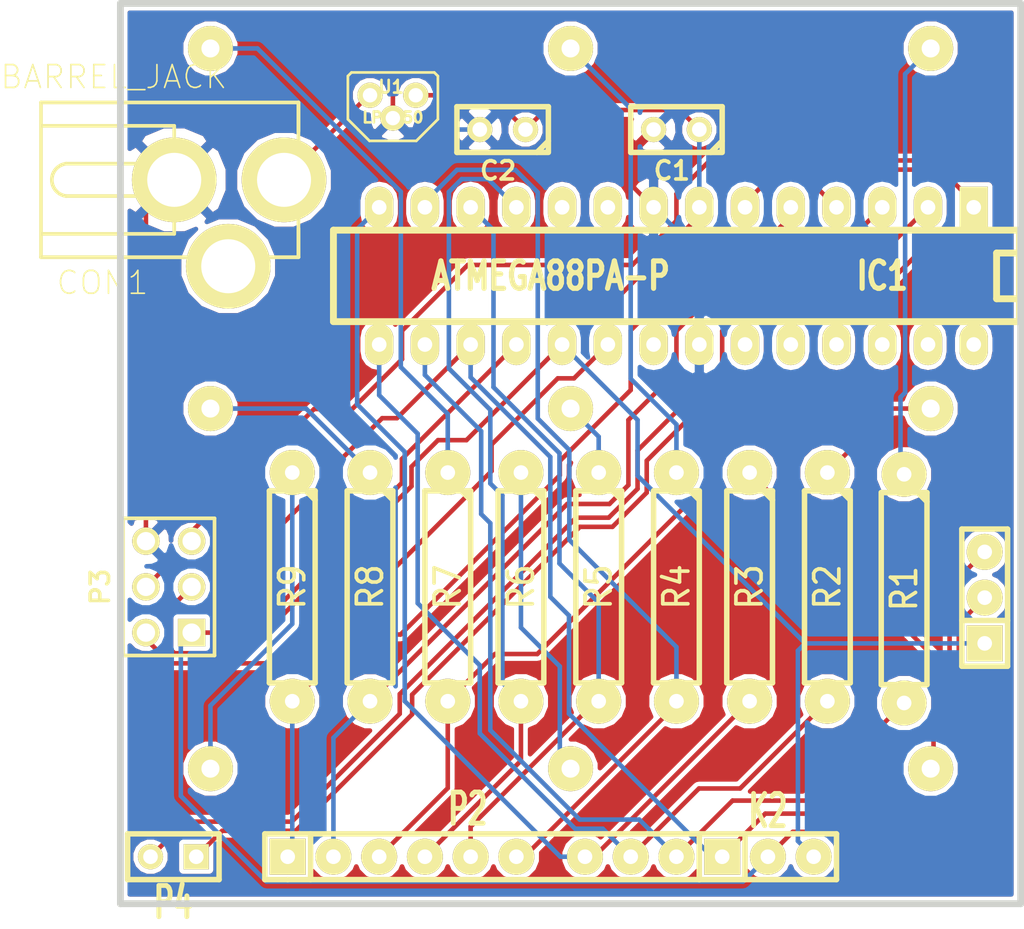
<source format=kicad_pcb>
(kicad_pcb (version 3) (host pcbnew "(2013-08-07 BZR 4276)-stable")

  (general
    (links 51)
    (no_connects 0)
    (area 16.578439 24.809499 75.374501 76.20127)
    (thickness 1.6002)
    (drawings 4)
    (tracks 262)
    (zones 0)
    (modules 20)
    (nets 38)
  )

  (page A4)
  (title_block
    (date "4 jul 2013")
  )

  (layers
    (15 Front signal)
    (0 Back signal)
    (16 B.Adhes user)
    (17 F.Adhes user)
    (18 B.Paste user)
    (19 F.Paste user)
    (20 B.SilkS user)
    (21 F.SilkS user)
    (22 B.Mask user)
    (23 F.Mask user)
    (24 Dwgs.User user)
    (25 Cmts.User user)
    (26 Eco1.User user)
    (27 Eco2.User user)
    (28 Edge.Cuts user)
  )

  (setup
    (last_trace_width 0.254)
    (user_trace_width 0.2032)
    (user_trace_width 0.254)
    (user_trace_width 0.3048)
    (user_trace_width 0.381)
    (user_trace_width 0.508)
    (trace_clearance 0.254)
    (zone_clearance 0.2032)
    (zone_45_only no)
    (trace_min 0.1524)
    (segment_width 0.381)
    (edge_width 0.381)
    (via_size 0.889)
    (via_drill 0.508)
    (via_min_size 0.635)
    (via_min_drill 0.3048)
    (uvia_size 0.508)
    (uvia_drill 0.127)
    (uvias_allowed no)
    (uvia_min_size 0.508)
    (uvia_min_drill 0.127)
    (pcb_text_width 0.3048)
    (pcb_text_size 1.524 2.032)
    (mod_edge_width 0.3048)
    (mod_text_size 1.524 1.524)
    (mod_text_width 0.3048)
    (pad_size 2 2)
    (pad_drill 0.8128)
    (pad_to_mask_clearance 0.254)
    (aux_axis_origin 0 0)
    (visible_elements FFFFFF7F)
    (pcbplotparams
      (layerselection 284196865)
      (usegerberextensions true)
      (excludeedgelayer false)
      (linewidth 0.150000)
      (plotframeref false)
      (viasonmask false)
      (mode 1)
      (useauxorigin false)
      (hpglpennumber 1)
      (hpglpenspeed 20)
      (hpglpendiameter 15)
      (hpglpenoverlay 0)
      (psnegative false)
      (psa4output false)
      (plotreference true)
      (plotvalue true)
      (plotothertext false)
      (plotinvisibletext false)
      (padsonsilk false)
      (subtractmaskfromsilk false)
      (outputformat 1)
      (mirror false)
      (drillshape 1)
      (scaleselection 1)
      (outputdirectory reza_3x3x3_rev3/))
  )

  (net 0 "")
  (net 1 +5V)
  (net 2 /led1)
  (net 3 /led2)
  (net 4 /led3)
  (net 5 /led4)
  (net 6 /led5)
  (net 7 /led6)
  (net 8 /led7)
  (net 9 /led8)
  (net 10 /led9)
  (net 11 /reset)
  (net 12 /row1)
  (net 13 /row2)
  (net 14 /row3)
  (net 15 /ser_rx)
  (net 16 /ser_tx)
  (net 17 GND)
  (net 18 N-0000010)
  (net 19 N-0000011)
  (net 20 N-0000012)
  (net 21 N-0000014)
  (net 22 N-0000015)
  (net 23 N-0000016)
  (net 24 N-0000018)
  (net 25 N-0000019)
  (net 26 N-0000024)
  (net 27 N-0000028)
  (net 28 N-000003)
  (net 29 N-0000035)
  (net 30 N-0000036)
  (net 31 N-0000037)
  (net 32 N-000004)
  (net 33 N-000005)
  (net 34 N-000006)
  (net 35 N-000007)
  (net 36 N-000008)
  (net 37 N-000009)

  (net_class Default "This is the default net class."
    (clearance 0.254)
    (trace_width 0.254)
    (via_dia 0.889)
    (via_drill 0.508)
    (uvia_dia 0.508)
    (uvia_drill 0.127)
    (add_net "")
    (add_net +5V)
    (add_net /led1)
    (add_net /led2)
    (add_net /led3)
    (add_net /led4)
    (add_net /led5)
    (add_net /led6)
    (add_net /led7)
    (add_net /led8)
    (add_net /led9)
    (add_net /reset)
    (add_net /row1)
    (add_net /row2)
    (add_net /row3)
    (add_net /ser_rx)
    (add_net /ser_tx)
    (add_net GND)
    (add_net N-0000010)
    (add_net N-0000011)
    (add_net N-0000012)
    (add_net N-0000014)
    (add_net N-0000015)
    (add_net N-0000016)
    (add_net N-0000018)
    (add_net N-0000019)
    (add_net N-0000024)
    (add_net N-0000028)
    (add_net N-000003)
    (add_net N-0000035)
    (add_net N-0000036)
    (add_net N-0000037)
    (add_net N-000004)
    (add_net N-000005)
    (add_net N-000006)
    (add_net N-000007)
    (add_net N-000008)
    (add_net N-000009)
  )

  (module SIL-9 (layer Front) (tedit 51BCA77C) (tstamp 519B241A)
    (at 44.45 72.39)
    (descr "Connecteur 9 pins")
    (tags "CONN DEV")
    (path /519B220D)
    (fp_text reference P2 (at -0.16256 -2.64922) (layer F.SilkS)
      (effects (font (size 1.72974 1.08712) (thickness 0.27178)))
    )
    (fp_text value CONN_9 (at 5.08 -2.54) (layer F.SilkS) hide
      (effects (font (size 1.524 1.016) (thickness 0.254)))
    )
    (fp_line (start -11.43 1.27) (end -10.16 1.27) (layer F.SilkS) (width 0.3048))
    (fp_line (start -10.16 -1.27) (end -11.43 -1.27) (layer F.SilkS) (width 0.3048))
    (fp_line (start 12.7 -1.27) (end 12.7 1.27) (layer F.SilkS) (width 0.3048))
    (fp_line (start 12.7 1.27) (end -10.16 1.27) (layer F.SilkS) (width 0.3048))
    (fp_line (start -11.43 1.27) (end -11.43 -1.27) (layer F.SilkS) (width 0.3048))
    (fp_line (start 12.7 -1.27) (end -10.16 -1.27) (layer F.SilkS) (width 0.3048))
    (fp_line (start -8.89 -1.27) (end -8.89 1.27) (layer F.SilkS) (width 0.3048))
    (pad 1 thru_hole rect (at -10.16 0) (size 1.99898 1.99898) (drill 0.8128)
      (layers *.Cu *.Mask F.SilkS)
      (net 2 /led1)
    )
    (pad 2 thru_hole circle (at -7.62 0) (size 1.99898 1.99898) (drill 0.8128)
      (layers *.Cu *.Mask F.SilkS)
      (net 3 /led2)
    )
    (pad 3 thru_hole circle (at -5.08 0) (size 1.99898 1.99898) (drill 0.8128)
      (layers *.Cu *.Mask F.SilkS)
      (net 4 /led3)
    )
    (pad 4 thru_hole circle (at -2.54 0) (size 1.99898 1.99898) (drill 0.8128)
      (layers *.Cu *.Mask F.SilkS)
      (net 5 /led4)
    )
    (pad 5 thru_hole circle (at 0 0) (size 1.99898 1.99898) (drill 0.8128)
      (layers *.Cu *.Mask F.SilkS)
      (net 6 /led5)
    )
    (pad 6 thru_hole circle (at 2.54 0) (size 1.99898 1.99898) (drill 0.8128)
      (layers *.Cu *.Mask F.SilkS)
      (net 7 /led6)
    )
    (pad 7 thru_hole circle (at 6.35 0) (size 1.99898 1.99898) (drill 0.8128)
      (layers *.Cu *.Mask F.SilkS)
      (net 8 /led7)
    )
    (pad 8 thru_hole circle (at 8.89 0) (size 1.99898 1.99898) (drill 0.8128)
      (layers *.Cu *.Mask F.SilkS)
      (net 9 /led8)
    )
    (pad 9 thru_hole circle (at 11.43 0) (size 1.99898 1.99898) (drill 0.8128)
      (layers *.Cu *.Mask F.SilkS)
      (net 10 /led9)
    )
  )

  (module SIL-3 (layer Front) (tedit 519B8E5E) (tstamp 519B27EA)
    (at 72.9996 58.0009 90)
    (descr "Connecteur 3 pins")
    (tags "CONN DEV")
    (path /519B2157)
    (fp_text reference K1 (at 0 -2.54 90) (layer F.SilkS) hide
      (effects (font (size 1.7907 1.07696) (thickness 0.26924)))
    )
    (fp_text value CONN_3 (at 0 -2.54 90) (layer F.SilkS) hide
      (effects (font (size 1.524 1.016) (thickness 0.254)))
    )
    (fp_line (start -3.81 1.27) (end -3.81 -1.27) (layer F.SilkS) (width 0.3048))
    (fp_line (start -3.81 -1.27) (end 3.81 -1.27) (layer F.SilkS) (width 0.3048))
    (fp_line (start 3.81 -1.27) (end 3.81 1.27) (layer F.SilkS) (width 0.3048))
    (fp_line (start 3.81 1.27) (end -3.81 1.27) (layer F.SilkS) (width 0.3048))
    (fp_line (start -1.27 -1.27) (end -1.27 1.27) (layer F.SilkS) (width 0.3048))
    (pad 1 thru_hole rect (at -2.54 0 90) (size 1.99898 1.99898) (drill 0.8128)
      (layers *.Cu *.Mask F.SilkS)
      (net 14 /row3)
    )
    (pad 2 thru_hole circle (at 0 0 90) (size 1.99898 1.99898) (drill 0.8128)
      (layers *.Cu *.Mask F.SilkS)
      (net 13 /row2)
    )
    (pad 3 thru_hole circle (at 2.54 0 90) (size 1.99898 1.99898) (drill 0.8128)
      (layers *.Cu *.Mask F.SilkS)
      (net 12 /row1)
    )
  )

  (module ledcube_3x3x3 (layer Front) (tedit 519B30B8) (tstamp 5203559E)
    (at 49.9999 47.5005 270)
    (path /519B2149)
    (fp_text reference P1 (at 0 0 270) (layer F.SilkS) hide
      (effects (font (thickness 0.3048)))
    )
    (fp_text value CONN_9 (at 0 0 270) (layer F.SilkS) hide
      (effects (font (thickness 0.3048)))
    )
    (pad 1 thru_hole circle (at -19.99996 -19.99996 270) (size 2.49936 2.49936) (drill 1.00076)
      (layers *.Cu *.Mask F.SilkS)
      (net 20 N-0000012)
    )
    (pad 2 thru_hole circle (at 0 -19.99996 270) (size 2.49936 2.49936) (drill 1.00076)
      (layers *.Cu *.Mask F.SilkS)
      (net 19 N-0000011)
    )
    (pad 3 thru_hole circle (at 19.99996 -19.99996 270) (size 2.49936 2.49936) (drill 1.00076)
      (layers *.Cu *.Mask F.SilkS)
      (net 18 N-0000010)
    )
    (pad 4 thru_hole circle (at -19.99996 0 270) (size 2.49936 2.49936) (drill 1.00076)
      (layers *.Cu *.Mask F.SilkS)
      (net 37 N-000009)
    )
    (pad 5 thru_hole circle (at 0 0 270) (size 2.49936 2.49936) (drill 1.00076)
      (layers *.Cu *.Mask F.SilkS)
      (net 36 N-000008)
    )
    (pad 6 thru_hole circle (at 19.99996 0 270) (size 2.49936 2.49936) (drill 1.00076)
      (layers *.Cu *.Mask F.SilkS)
      (net 35 N-000007)
    )
    (pad 7 thru_hole circle (at -19.99996 19.99996 270) (size 2.49936 2.49936) (drill 1.00076)
      (layers *.Cu *.Mask F.SilkS)
      (net 34 N-000006)
    )
    (pad 8 thru_hole circle (at 0 19.99996 270) (size 2.49936 2.49936) (drill 1.00076)
      (layers *.Cu *.Mask F.SilkS)
      (net 33 N-000005)
    )
    (pad 9 thru_hole circle (at 19.99996 19.99996 270) (size 2.49936 2.49936) (drill 1.00076)
      (layers *.Cu *.Mask F.SilkS)
      (net 32 N-000004)
    )
  )

  (module R5_pads_2_5_mm (layer Front) (tedit 51B5C2D5) (tstamp 5203CA38)
    (at 68.5241 57.5005 270)
    (descr "Resistance 5 pas")
    (tags R)
    (path /519B2180)
    (autoplace_cost180 10)
    (fp_text reference R1 (at 0 0 270) (layer F.SilkS)
      (effects (font (size 1.397 1.27) (thickness 0.2032)))
    )
    (fp_text value 680 (at 0 0 270) (layer F.SilkS) hide
      (effects (font (size 1.397 1.27) (thickness 0.2032)))
    )
    (fp_line (start -6.35 0) (end -5.334 0) (layer F.SilkS) (width 0.3048))
    (fp_line (start 6.35 0) (end 5.334 0) (layer F.SilkS) (width 0.3048))
    (fp_line (start 5.334 -1.27) (end 5.334 1.27) (layer F.SilkS) (width 0.3048))
    (fp_line (start 5.334 1.27) (end -5.334 1.27) (layer F.SilkS) (width 0.3048))
    (fp_line (start -5.334 1.27) (end -5.334 -1.27) (layer F.SilkS) (width 0.3048))
    (fp_line (start -5.334 -1.27) (end 5.334 -1.27) (layer F.SilkS) (width 0.3048))
    (fp_line (start -5.334 -0.762) (end -4.826 -1.27) (layer F.SilkS) (width 0.3048))
    (pad 1 thru_hole circle (at -6.35 0 270) (size 2.49936 2.49936) (drill 0.8128)
      (layers *.Cu *.Mask F.SilkS)
      (net 20 N-0000012)
    )
    (pad 2 thru_hole circle (at 6.35 0 270) (size 2.49936 2.49936) (drill 0.8128)
      (layers *.Cu *.Mask F.SilkS)
      (net 10 /led9)
    )
    (model discret/resistor.wrl
      (at (xyz 0 0 0))
      (scale (xyz 0.5 0.5 0.5))
      (rotate (xyz 0 0 0))
    )
  )

  (module R5_pads_2_5_mm (layer Front) (tedit 51B5C2D5) (tstamp 5203CA2A)
    (at 64.262 57.404 270)
    (descr "Resistance 5 pas")
    (tags R)
    (path /519B218D)
    (autoplace_cost180 10)
    (fp_text reference R2 (at 0 0 270) (layer F.SilkS)
      (effects (font (size 1.397 1.27) (thickness 0.2032)))
    )
    (fp_text value 680 (at 0 0 270) (layer F.SilkS) hide
      (effects (font (size 1.397 1.27) (thickness 0.2032)))
    )
    (fp_line (start -6.35 0) (end -5.334 0) (layer F.SilkS) (width 0.3048))
    (fp_line (start 6.35 0) (end 5.334 0) (layer F.SilkS) (width 0.3048))
    (fp_line (start 5.334 -1.27) (end 5.334 1.27) (layer F.SilkS) (width 0.3048))
    (fp_line (start 5.334 1.27) (end -5.334 1.27) (layer F.SilkS) (width 0.3048))
    (fp_line (start -5.334 1.27) (end -5.334 -1.27) (layer F.SilkS) (width 0.3048))
    (fp_line (start -5.334 -1.27) (end 5.334 -1.27) (layer F.SilkS) (width 0.3048))
    (fp_line (start -5.334 -0.762) (end -4.826 -1.27) (layer F.SilkS) (width 0.3048))
    (pad 1 thru_hole circle (at -6.35 0 270) (size 2.49936 2.49936) (drill 0.8128)
      (layers *.Cu *.Mask F.SilkS)
      (net 19 N-0000011)
    )
    (pad 2 thru_hole circle (at 6.35 0 270) (size 2.49936 2.49936) (drill 0.8128)
      (layers *.Cu *.Mask F.SilkS)
      (net 9 /led8)
    )
    (model discret/resistor.wrl
      (at (xyz 0 0 0))
      (scale (xyz 0.5 0.5 0.5))
      (rotate (xyz 0 0 0))
    )
  )

  (module R5_pads_2_5_mm (layer Front) (tedit 51B5C2D5) (tstamp 5203CA1C)
    (at 59.944 57.404 270)
    (descr "Resistance 5 pas")
    (tags R)
    (path /519B21E1)
    (autoplace_cost180 10)
    (fp_text reference R3 (at 0 0 270) (layer F.SilkS)
      (effects (font (size 1.397 1.27) (thickness 0.2032)))
    )
    (fp_text value 680 (at 0 0 270) (layer F.SilkS) hide
      (effects (font (size 1.397 1.27) (thickness 0.2032)))
    )
    (fp_line (start -6.35 0) (end -5.334 0) (layer F.SilkS) (width 0.3048))
    (fp_line (start 6.35 0) (end 5.334 0) (layer F.SilkS) (width 0.3048))
    (fp_line (start 5.334 -1.27) (end 5.334 1.27) (layer F.SilkS) (width 0.3048))
    (fp_line (start 5.334 1.27) (end -5.334 1.27) (layer F.SilkS) (width 0.3048))
    (fp_line (start -5.334 1.27) (end -5.334 -1.27) (layer F.SilkS) (width 0.3048))
    (fp_line (start -5.334 -1.27) (end 5.334 -1.27) (layer F.SilkS) (width 0.3048))
    (fp_line (start -5.334 -0.762) (end -4.826 -1.27) (layer F.SilkS) (width 0.3048))
    (pad 1 thru_hole circle (at -6.35 0 270) (size 2.49936 2.49936) (drill 0.8128)
      (layers *.Cu *.Mask F.SilkS)
      (net 18 N-0000010)
    )
    (pad 2 thru_hole circle (at 6.35 0 270) (size 2.49936 2.49936) (drill 0.8128)
      (layers *.Cu *.Mask F.SilkS)
      (net 8 /led7)
    )
    (model discret/resistor.wrl
      (at (xyz 0 0 0))
      (scale (xyz 0.5 0.5 0.5))
      (rotate (xyz 0 0 0))
    )
  )

  (module R5_pads_2_5_mm (layer Front) (tedit 51B5C2D5) (tstamp 519B2371)
    (at 55.88 57.404 270)
    (descr "Resistance 5 pas")
    (tags R)
    (path /519B21E0)
    (autoplace_cost180 10)
    (fp_text reference R4 (at 0 0 270) (layer F.SilkS)
      (effects (font (size 1.397 1.27) (thickness 0.2032)))
    )
    (fp_text value 680 (at 0 0 270) (layer F.SilkS) hide
      (effects (font (size 1.397 1.27) (thickness 0.2032)))
    )
    (fp_line (start -6.35 0) (end -5.334 0) (layer F.SilkS) (width 0.3048))
    (fp_line (start 6.35 0) (end 5.334 0) (layer F.SilkS) (width 0.3048))
    (fp_line (start 5.334 -1.27) (end 5.334 1.27) (layer F.SilkS) (width 0.3048))
    (fp_line (start 5.334 1.27) (end -5.334 1.27) (layer F.SilkS) (width 0.3048))
    (fp_line (start -5.334 1.27) (end -5.334 -1.27) (layer F.SilkS) (width 0.3048))
    (fp_line (start -5.334 -1.27) (end 5.334 -1.27) (layer F.SilkS) (width 0.3048))
    (fp_line (start -5.334 -0.762) (end -4.826 -1.27) (layer F.SilkS) (width 0.3048))
    (pad 1 thru_hole circle (at -6.35 0 270) (size 2.49936 2.49936) (drill 0.8128)
      (layers *.Cu *.Mask F.SilkS)
      (net 37 N-000009)
    )
    (pad 2 thru_hole circle (at 6.35 0 270) (size 2.49936 2.49936) (drill 0.8128)
      (layers *.Cu *.Mask F.SilkS)
      (net 7 /led6)
    )
    (model discret/resistor.wrl
      (at (xyz 0 0 0))
      (scale (xyz 0.5 0.5 0.5))
      (rotate (xyz 0 0 0))
    )
  )

  (module R5_pads_2_5_mm (layer Front) (tedit 51B5C2D5) (tstamp 519B2373)
    (at 51.562 57.404 270)
    (descr "Resistance 5 pas")
    (tags R)
    (path /519B21EA)
    (autoplace_cost180 10)
    (fp_text reference R5 (at 0 0 270) (layer F.SilkS)
      (effects (font (size 1.397 1.27) (thickness 0.2032)))
    )
    (fp_text value 680 (at 0 0 270) (layer F.SilkS) hide
      (effects (font (size 1.397 1.27) (thickness 0.2032)))
    )
    (fp_line (start -6.35 0) (end -5.334 0) (layer F.SilkS) (width 0.3048))
    (fp_line (start 6.35 0) (end 5.334 0) (layer F.SilkS) (width 0.3048))
    (fp_line (start 5.334 -1.27) (end 5.334 1.27) (layer F.SilkS) (width 0.3048))
    (fp_line (start 5.334 1.27) (end -5.334 1.27) (layer F.SilkS) (width 0.3048))
    (fp_line (start -5.334 1.27) (end -5.334 -1.27) (layer F.SilkS) (width 0.3048))
    (fp_line (start -5.334 -1.27) (end 5.334 -1.27) (layer F.SilkS) (width 0.3048))
    (fp_line (start -5.334 -0.762) (end -4.826 -1.27) (layer F.SilkS) (width 0.3048))
    (pad 1 thru_hole circle (at -6.35 0 270) (size 2.49936 2.49936) (drill 0.8128)
      (layers *.Cu *.Mask F.SilkS)
      (net 36 N-000008)
    )
    (pad 2 thru_hole circle (at 6.35 0 270) (size 2.49936 2.49936) (drill 0.8128)
      (layers *.Cu *.Mask F.SilkS)
      (net 6 /led5)
    )
    (model discret/resistor.wrl
      (at (xyz 0 0 0))
      (scale (xyz 0.5 0.5 0.5))
      (rotate (xyz 0 0 0))
    )
  )

  (module R5_pads_2_5_mm (layer Front) (tedit 51B5C2D5) (tstamp 519B2375)
    (at 47.244 57.404 270)
    (descr "Resistance 5 pas")
    (tags R)
    (path /519B21E9)
    (autoplace_cost180 10)
    (fp_text reference R6 (at 0 0 270) (layer F.SilkS)
      (effects (font (size 1.397 1.27) (thickness 0.2032)))
    )
    (fp_text value 680 (at 0 0 270) (layer F.SilkS) hide
      (effects (font (size 1.397 1.27) (thickness 0.2032)))
    )
    (fp_line (start -6.35 0) (end -5.334 0) (layer F.SilkS) (width 0.3048))
    (fp_line (start 6.35 0) (end 5.334 0) (layer F.SilkS) (width 0.3048))
    (fp_line (start 5.334 -1.27) (end 5.334 1.27) (layer F.SilkS) (width 0.3048))
    (fp_line (start 5.334 1.27) (end -5.334 1.27) (layer F.SilkS) (width 0.3048))
    (fp_line (start -5.334 1.27) (end -5.334 -1.27) (layer F.SilkS) (width 0.3048))
    (fp_line (start -5.334 -1.27) (end 5.334 -1.27) (layer F.SilkS) (width 0.3048))
    (fp_line (start -5.334 -0.762) (end -4.826 -1.27) (layer F.SilkS) (width 0.3048))
    (pad 1 thru_hole circle (at -6.35 0 270) (size 2.49936 2.49936) (drill 0.8128)
      (layers *.Cu *.Mask F.SilkS)
      (net 35 N-000007)
    )
    (pad 2 thru_hole circle (at 6.35 0 270) (size 2.49936 2.49936) (drill 0.8128)
      (layers *.Cu *.Mask F.SilkS)
      (net 5 /led4)
    )
    (model discret/resistor.wrl
      (at (xyz 0 0 0))
      (scale (xyz 0.5 0.5 0.5))
      (rotate (xyz 0 0 0))
    )
  )

  (module R5_pads_2_5_mm (layer Front) (tedit 51B5C2D5) (tstamp 519B2377)
    (at 43.18 57.404 270)
    (descr "Resistance 5 pas")
    (tags R)
    (path /519B21E7)
    (autoplace_cost180 10)
    (fp_text reference R7 (at 0 0 270) (layer F.SilkS)
      (effects (font (size 1.397 1.27) (thickness 0.2032)))
    )
    (fp_text value 680 (at 0 0 270) (layer F.SilkS) hide
      (effects (font (size 1.397 1.27) (thickness 0.2032)))
    )
    (fp_line (start -6.35 0) (end -5.334 0) (layer F.SilkS) (width 0.3048))
    (fp_line (start 6.35 0) (end 5.334 0) (layer F.SilkS) (width 0.3048))
    (fp_line (start 5.334 -1.27) (end 5.334 1.27) (layer F.SilkS) (width 0.3048))
    (fp_line (start 5.334 1.27) (end -5.334 1.27) (layer F.SilkS) (width 0.3048))
    (fp_line (start -5.334 1.27) (end -5.334 -1.27) (layer F.SilkS) (width 0.3048))
    (fp_line (start -5.334 -1.27) (end 5.334 -1.27) (layer F.SilkS) (width 0.3048))
    (fp_line (start -5.334 -0.762) (end -4.826 -1.27) (layer F.SilkS) (width 0.3048))
    (pad 1 thru_hole circle (at -6.35 0 270) (size 2.49936 2.49936) (drill 0.8128)
      (layers *.Cu *.Mask F.SilkS)
      (net 34 N-000006)
    )
    (pad 2 thru_hole circle (at 6.35 0 270) (size 2.49936 2.49936) (drill 0.8128)
      (layers *.Cu *.Mask F.SilkS)
      (net 4 /led3)
    )
    (model discret/resistor.wrl
      (at (xyz 0 0 0))
      (scale (xyz 0.5 0.5 0.5))
      (rotate (xyz 0 0 0))
    )
  )

  (module R5_pads_2_5_mm (layer Front) (tedit 51B5C2D5) (tstamp 519B2379)
    (at 38.862 57.404 270)
    (descr "Resistance 5 pas")
    (tags R)
    (path /519B21E8)
    (autoplace_cost180 10)
    (fp_text reference R8 (at 0 0 270) (layer F.SilkS)
      (effects (font (size 1.397 1.27) (thickness 0.2032)))
    )
    (fp_text value 680 (at 0 0 270) (layer F.SilkS) hide
      (effects (font (size 1.397 1.27) (thickness 0.2032)))
    )
    (fp_line (start -6.35 0) (end -5.334 0) (layer F.SilkS) (width 0.3048))
    (fp_line (start 6.35 0) (end 5.334 0) (layer F.SilkS) (width 0.3048))
    (fp_line (start 5.334 -1.27) (end 5.334 1.27) (layer F.SilkS) (width 0.3048))
    (fp_line (start 5.334 1.27) (end -5.334 1.27) (layer F.SilkS) (width 0.3048))
    (fp_line (start -5.334 1.27) (end -5.334 -1.27) (layer F.SilkS) (width 0.3048))
    (fp_line (start -5.334 -1.27) (end 5.334 -1.27) (layer F.SilkS) (width 0.3048))
    (fp_line (start -5.334 -0.762) (end -4.826 -1.27) (layer F.SilkS) (width 0.3048))
    (pad 1 thru_hole circle (at -6.35 0 270) (size 2.49936 2.49936) (drill 0.8128)
      (layers *.Cu *.Mask F.SilkS)
      (net 33 N-000005)
    )
    (pad 2 thru_hole circle (at 6.35 0 270) (size 2.49936 2.49936) (drill 0.8128)
      (layers *.Cu *.Mask F.SilkS)
      (net 3 /led2)
    )
    (model discret/resistor.wrl
      (at (xyz 0 0 0))
      (scale (xyz 0.5 0.5 0.5))
      (rotate (xyz 0 0 0))
    )
  )

  (module R5_pads_2_5_mm (layer Front) (tedit 51B5C2D5) (tstamp 519B237B)
    (at 34.544 57.404 270)
    (descr "Resistance 5 pas")
    (tags R)
    (path /519B21ED)
    (autoplace_cost180 10)
    (fp_text reference R9 (at 0 0 270) (layer F.SilkS)
      (effects (font (size 1.397 1.27) (thickness 0.2032)))
    )
    (fp_text value 680 (at 0 0 270) (layer F.SilkS) hide
      (effects (font (size 1.397 1.27) (thickness 0.2032)))
    )
    (fp_line (start -6.35 0) (end -5.334 0) (layer F.SilkS) (width 0.3048))
    (fp_line (start 6.35 0) (end 5.334 0) (layer F.SilkS) (width 0.3048))
    (fp_line (start 5.334 -1.27) (end 5.334 1.27) (layer F.SilkS) (width 0.3048))
    (fp_line (start 5.334 1.27) (end -5.334 1.27) (layer F.SilkS) (width 0.3048))
    (fp_line (start -5.334 1.27) (end -5.334 -1.27) (layer F.SilkS) (width 0.3048))
    (fp_line (start -5.334 -1.27) (end 5.334 -1.27) (layer F.SilkS) (width 0.3048))
    (fp_line (start -5.334 -0.762) (end -4.826 -1.27) (layer F.SilkS) (width 0.3048))
    (pad 1 thru_hole circle (at -6.35 0 270) (size 2.49936 2.49936) (drill 0.8128)
      (layers *.Cu *.Mask F.SilkS)
      (net 32 N-000004)
    )
    (pad 2 thru_hole circle (at 6.35 0 270) (size 2.49936 2.49936) (drill 0.8128)
      (layers *.Cu *.Mask F.SilkS)
      (net 2 /led1)
    )
    (model discret/resistor.wrl
      (at (xyz 0 0 0))
      (scale (xyz 0.5 0.5 0.5))
      (rotate (xyz 0 0 0))
    )
  )

  (module C1 (layer Front) (tedit 3F92C496) (tstamp 5203551A)
    (at 55.88 32.004 180)
    (descr "Condensateur e = 1 pas")
    (tags C)
    (path /5203537A)
    (fp_text reference C1 (at 0.254 -2.286 180) (layer F.SilkS)
      (effects (font (size 1.016 1.016) (thickness 0.2032)))
    )
    (fp_text value 100n (at 0 -2.286 180) (layer F.SilkS) hide
      (effects (font (size 1.016 1.016) (thickness 0.2032)))
    )
    (fp_line (start -2.4892 -1.27) (end 2.54 -1.27) (layer F.SilkS) (width 0.3048))
    (fp_line (start 2.54 -1.27) (end 2.54 1.27) (layer F.SilkS) (width 0.3048))
    (fp_line (start 2.54 1.27) (end -2.54 1.27) (layer F.SilkS) (width 0.3048))
    (fp_line (start -2.54 1.27) (end -2.54 -1.27) (layer F.SilkS) (width 0.3048))
    (fp_line (start -2.54 -0.635) (end -1.905 -1.27) (layer F.SilkS) (width 0.3048))
    (pad 1 thru_hole circle (at -1.27 0 180) (size 1.397 1.397) (drill 0.8128)
      (layers *.Cu *.Mask F.SilkS)
      (net 1 +5V)
    )
    (pad 2 thru_hole circle (at 1.27 0 180) (size 1.397 1.397) (drill 0.8128)
      (layers *.Cu *.Mask F.SilkS)
      (net 17 GND)
    )
    (model discret/capa_1_pas.wrl
      (at (xyz 0 0 0))
      (scale (xyz 1 1 1))
      (rotate (xyz 0 0 0))
    )
  )

  (module DIP-28__300_ELL (layer Front) (tedit 200000) (tstamp 52035541)
    (at 55.88 40.132 180)
    (descr "28 pins DIL package, elliptical pads, width 300mil")
    (tags DIL)
    (path /52035355)
    (fp_text reference IC1 (at -11.43 0 180) (layer F.SilkS)
      (effects (font (size 1.524 1.143) (thickness 0.3048)))
    )
    (fp_text value ATMEGA88PA-P (at 6.985 0 180) (layer F.SilkS)
      (effects (font (size 1.524 1.143) (thickness 0.3048)))
    )
    (fp_line (start -19.05 -2.54) (end 19.05 -2.54) (layer F.SilkS) (width 0.381))
    (fp_line (start 19.05 -2.54) (end 19.05 2.54) (layer F.SilkS) (width 0.381))
    (fp_line (start 19.05 2.54) (end -19.05 2.54) (layer F.SilkS) (width 0.381))
    (fp_line (start -19.05 2.54) (end -19.05 -2.54) (layer F.SilkS) (width 0.381))
    (fp_line (start -19.05 -1.27) (end -17.78 -1.27) (layer F.SilkS) (width 0.381))
    (fp_line (start -17.78 -1.27) (end -17.78 1.27) (layer F.SilkS) (width 0.381))
    (fp_line (start -17.78 1.27) (end -19.05 1.27) (layer F.SilkS) (width 0.381))
    (pad 2 thru_hole oval (at -13.97 3.81 180) (size 1.5748 2.286) (drill 0.8128)
      (layers *.Cu *.Mask F.SilkS)
      (net 15 /ser_rx)
    )
    (pad 3 thru_hole oval (at -11.43 3.81 180) (size 1.5748 2.286) (drill 0.8128)
      (layers *.Cu *.Mask F.SilkS)
      (net 16 /ser_tx)
    )
    (pad 4 thru_hole oval (at -8.89 3.81 180) (size 1.5748 2.286) (drill 0.8128)
      (layers *.Cu *.Mask F.SilkS)
      (net 2 /led1)
    )
    (pad 5 thru_hole oval (at -6.35 3.81 180) (size 1.5748 2.286) (drill 0.8128)
      (layers *.Cu *.Mask F.SilkS)
      (net 3 /led2)
    )
    (pad 6 thru_hole oval (at -3.81 3.81 180) (size 1.5748 2.286) (drill 0.8128)
      (layers *.Cu *.Mask F.SilkS)
      (net 4 /led3)
    )
    (pad 7 thru_hole oval (at -1.27 3.81 180) (size 1.5748 2.286) (drill 0.8128)
      (layers *.Cu *.Mask F.SilkS)
      (net 1 +5V)
    )
    (pad 8 thru_hole oval (at 1.27 3.81 180) (size 1.5748 2.286) (drill 0.8128)
      (layers *.Cu *.Mask F.SilkS)
      (net 17 GND)
    )
    (pad 9 thru_hole oval (at 3.81 3.81 180) (size 1.5748 2.286) (drill 0.8128)
      (layers *.Cu *.Mask F.SilkS)
      (net 24 N-0000018)
    )
    (pad 10 thru_hole oval (at 6.35 3.81 180) (size 1.5748 2.286) (drill 0.8128)
      (layers *.Cu *.Mask F.SilkS)
      (net 25 N-0000019)
    )
    (pad 11 thru_hole oval (at 8.89 3.81 180) (size 1.5748 2.286) (drill 0.8128)
      (layers *.Cu *.Mask F.SilkS)
      (net 5 /led4)
    )
    (pad 12 thru_hole oval (at 11.43 3.81 180) (size 1.5748 2.286) (drill 0.8128)
      (layers *.Cu *.Mask F.SilkS)
      (net 6 /led5)
    )
    (pad 13 thru_hole oval (at 13.97 3.81 180) (size 1.5748 2.286) (drill 0.8128)
      (layers *.Cu *.Mask F.SilkS)
      (net 7 /led6)
    )
    (pad 14 thru_hole oval (at 16.51 3.81 180) (size 1.5748 2.286) (drill 0.8128)
      (layers *.Cu *.Mask F.SilkS)
      (net 8 /led7)
    )
    (pad 1 thru_hole rect (at -16.51 3.81 180) (size 1.5748 2.286) (drill 0.8128)
      (layers *.Cu *.Mask F.SilkS)
      (net 11 /reset)
    )
    (pad 15 thru_hole oval (at 16.51 -3.81 180) (size 1.5748 2.286) (drill 0.8128)
      (layers *.Cu *.Mask F.SilkS)
      (net 9 /led8)
    )
    (pad 16 thru_hole oval (at 13.97 -3.81 180) (size 1.5748 2.286) (drill 0.8128)
      (layers *.Cu *.Mask F.SilkS)
      (net 10 /led9)
    )
    (pad 17 thru_hole oval (at 11.43 -3.81 180) (size 1.5748 2.286) (drill 0.8128)
      (layers *.Cu *.Mask F.SilkS)
      (net 12 /row1)
    )
    (pad 18 thru_hole oval (at 8.89 -3.81 180) (size 1.5748 2.286) (drill 0.8128)
      (layers *.Cu *.Mask F.SilkS)
      (net 13 /row2)
    )
    (pad 19 thru_hole oval (at 6.35 -3.81 180) (size 1.5748 2.286) (drill 0.8128)
      (layers *.Cu *.Mask F.SilkS)
      (net 14 /row3)
    )
    (pad 20 thru_hole oval (at 3.81 -3.81 180) (size 1.5748 2.286) (drill 0.8128)
      (layers *.Cu *.Mask F.SilkS)
      (net 1 +5V)
    )
    (pad 21 thru_hole oval (at 1.27 -3.81 180) (size 1.5748 2.286) (drill 0.8128)
      (layers *.Cu *.Mask F.SilkS)
      (net 31 N-0000037)
    )
    (pad 22 thru_hole oval (at -1.27 -3.81 180) (size 1.5748 2.286) (drill 0.8128)
      (layers *.Cu *.Mask F.SilkS)
      (net 17 GND)
    )
    (pad 23 thru_hole oval (at -3.81 -3.81 180) (size 1.5748 2.286) (drill 0.8128)
      (layers *.Cu *.Mask F.SilkS)
      (net 29 N-0000035)
    )
    (pad 24 thru_hole oval (at -6.35 -3.81 180) (size 1.5748 2.286) (drill 0.8128)
      (layers *.Cu *.Mask F.SilkS)
      (net 30 N-0000036)
    )
    (pad 25 thru_hole oval (at -8.89 -3.81 180) (size 1.5748 2.286) (drill 0.8128)
      (layers *.Cu *.Mask F.SilkS)
      (net 27 N-0000028)
    )
    (pad 26 thru_hole oval (at -11.43 -3.81 180) (size 1.5748 2.286) (drill 0.8128)
      (layers *.Cu *.Mask F.SilkS)
      (net 21 N-0000014)
    )
    (pad 27 thru_hole oval (at -13.97 -3.81 180) (size 1.5748 2.286) (drill 0.8128)
      (layers *.Cu *.Mask F.SilkS)
      (net 22 N-0000015)
    )
    (pad 28 thru_hole oval (at -16.51 -3.81 180) (size 1.5748 2.286) (drill 0.8128)
      (layers *.Cu *.Mask F.SilkS)
      (net 23 N-0000016)
    )
    (model dil/dil_28-w300.wrl
      (at (xyz 0 0 0))
      (scale (xyz 1 1 1))
      (rotate (xyz 0 0 0))
    )
  )

  (module C1 (layer Front) (tedit 3F92C496) (tstamp 5203C60B)
    (at 46.228 32.004 180)
    (descr "Condensateur e = 1 pas")
    (tags C)
    (path /5203C264)
    (fp_text reference C2 (at 0.254 -2.286 180) (layer F.SilkS)
      (effects (font (size 1.016 1.016) (thickness 0.2032)))
    )
    (fp_text value 1u (at 0 -2.286 180) (layer F.SilkS) hide
      (effects (font (size 1.016 1.016) (thickness 0.2032)))
    )
    (fp_line (start -2.4892 -1.27) (end 2.54 -1.27) (layer F.SilkS) (width 0.3048))
    (fp_line (start 2.54 -1.27) (end 2.54 1.27) (layer F.SilkS) (width 0.3048))
    (fp_line (start 2.54 1.27) (end -2.54 1.27) (layer F.SilkS) (width 0.3048))
    (fp_line (start -2.54 1.27) (end -2.54 -1.27) (layer F.SilkS) (width 0.3048))
    (fp_line (start -2.54 -0.635) (end -1.905 -1.27) (layer F.SilkS) (width 0.3048))
    (pad 1 thru_hole circle (at -1.27 0 180) (size 1.397 1.397) (drill 0.8128)
      (layers *.Cu *.Mask F.SilkS)
      (net 1 +5V)
    )
    (pad 2 thru_hole circle (at 1.27 0 180) (size 1.397 1.397) (drill 0.8128)
      (layers *.Cu *.Mask F.SilkS)
      (net 17 GND)
    )
    (model discret/capa_1_pas.wrl
      (at (xyz 0 0 0))
      (scale (xyz 1 1 1))
      (rotate (xyz 0 0 0))
    )
  )

  (module con-jack-DCJ0303 (layer Front) (tedit 51F28ACB) (tstamp 5203C62C)
    (at 30.988 34.798 270)
    (descr "DC POWER JACK")
    (tags "DC POWER JACK")
    (path /5203CA7F)
    (fp_text reference CON1 (at 5.715 6.985 360) (layer F.SilkS)
      (effects (font (size 1.27 1.27) (thickness 0.0889)))
    )
    (fp_text value BARREL_JACK (at -5.715 6.35 360) (layer F.SilkS)
      (effects (font (size 1.27 1.27) (thickness 0.0889)))
    )
    (fp_line (start 1.64846 -2.59842) (end -1.64846 -2.59842) (layer F.SilkS) (width 0.00254))
    (fp_line (start -1.64846 -2.59842) (end -1.64846 -3.59918) (layer F.SilkS) (width 0.00254))
    (fp_line (start -1.64846 -3.59918) (end 1.64846 -3.59918) (layer F.SilkS) (width 0.00254))
    (fp_line (start 1.64846 -3.59918) (end 1.64846 -2.59842) (layer F.SilkS) (width 0.00254))
    (fp_line (start 5.29844 -1.39954) (end 4.29768 -1.39954) (layer F.SilkS) (width 0.00254))
    (fp_line (start 4.29768 -1.39954) (end 4.29768 1.39954) (layer F.SilkS) (width 0.00254))
    (fp_line (start 4.29768 1.39954) (end 5.29844 1.39954) (layer F.SilkS) (width 0.00254))
    (fp_line (start 5.29844 1.39954) (end 5.29844 -1.39954) (layer F.SilkS) (width 0.00254))
    (fp_line (start 1.39954 3.49758) (end -1.39954 3.49758) (layer F.SilkS) (width 0.00254))
    (fp_line (start -1.39954 3.49758) (end -1.39954 2.49936) (layer F.SilkS) (width 0.00254))
    (fp_line (start -1.39954 2.49936) (end 1.39954 2.49936) (layer F.SilkS) (width 0.00254))
    (fp_line (start 1.39954 2.49936) (end 1.39954 3.49758) (layer F.SilkS) (width 0.00254))
    (fp_line (start -4.29768 10.39876) (end 4.29768 10.39876) (layer F.SilkS) (width 0.2032))
    (fp_line (start 4.29768 10.39876) (end 4.29768 -3.8989) (layer F.SilkS) (width 0.2032))
    (fp_line (start 4.29768 -3.8989) (end -4.29768 -3.8989) (layer F.SilkS) (width 0.2032))
    (fp_line (start -4.29768 -3.8989) (end -4.29768 10.39876) (layer F.SilkS) (width 0.2032))
    (fp_line (start -2.69748 -3.8989) (end -4.29768 -3.8989) (layer F.SilkS) (width 0.2032))
    (fp_line (start 4.29768 -3.8989) (end 2.69748 -3.8989) (layer F.SilkS) (width 0.2032))
    (fp_line (start -2.99974 10.2743) (end -2.99974 2.99974) (layer F.SilkS) (width 0.2032))
    (fp_line (start 2.99974 10.2997) (end 2.99974 2.99974) (layer F.SilkS) (width 0.2032))
    (fp_line (start 2.99974 2.99974) (end -2.99974 2.99974) (layer F.SilkS) (width 0.2032))
    (fp_line (start -0.89916 8.99922) (end -0.89916 4.49834) (layer F.SilkS) (width 0.2032))
    (fp_line (start 0.89916 8.99922) (end 0.89916 4.49834) (layer F.SilkS) (width 0.2032))
    (fp_line (start 4.29768 10.39876) (end 4.29768 2.44856) (layer F.SilkS) (width 0.2032))
    (fp_line (start 4.29768 -2.2987) (end 4.29768 -3.8989) (layer F.SilkS) (width 0.2032))
    (fp_arc (start 0 8.89254) (end 0.89916 8.99922) (angle 166.5) (layer F.SilkS) (width 0.2032))
    (pad 1 thru_hole circle (at 0 -3.0988 270) (size 4.699 4.699) (drill 2.99974)
      (layers *.Cu *.Mask F.SilkS)
      (net 26 N-0000024)
    )
    (pad 2 thru_hole circle (at 4.79806 0 270) (size 4.699 4.699) (drill 2.99974)
      (layers *.Cu *.Mask F.SilkS)
      (net 28 N-000003)
    )
    (pad 3 thru_hole circle (at 0 2.99974 270) (size 4.699 4.699) (drill 2.99974)
      (layers *.Cu *.Mask F.SilkS)
      (net 17 GND)
    )
  )

  (module SIL-3 (layer Front) (tedit 5203C617) (tstamp 5203C638)
    (at 60.96 72.39)
    (descr "Connecteur 3 pins")
    (tags "CONN DEV")
    (path /519B222B)
    (fp_text reference K2 (at 0 -2.54) (layer F.SilkS)
      (effects (font (size 1.7907 1.07696) (thickness 0.3048)))
    )
    (fp_text value CONN_3 (at 0 -2.54) (layer F.SilkS) hide
      (effects (font (size 1.524 1.016) (thickness 0.3048)))
    )
    (fp_line (start -3.81 1.27) (end -3.81 -1.27) (layer F.SilkS) (width 0.3048))
    (fp_line (start -3.81 -1.27) (end 3.81 -1.27) (layer F.SilkS) (width 0.3048))
    (fp_line (start 3.81 -1.27) (end 3.81 1.27) (layer F.SilkS) (width 0.3048))
    (fp_line (start 3.81 1.27) (end -3.81 1.27) (layer F.SilkS) (width 0.3048))
    (fp_line (start -1.27 -1.27) (end -1.27 1.27) (layer F.SilkS) (width 0.3048))
    (pad 1 thru_hole rect (at -2.54 0) (size 2 2) (drill 0.8128)
      (layers *.Cu *.Mask F.SilkS)
      (net 12 /row1)
    )
    (pad 2 thru_hole circle (at 0 0) (size 2 2) (drill 0.8128)
      (layers *.Cu *.Mask F.SilkS)
      (net 13 /row2)
    )
    (pad 3 thru_hole circle (at 2.54 0) (size 2 2) (drill 0.8128)
      (layers *.Cu *.Mask F.SilkS)
      (net 14 /row3)
    )
  )

  (module pin_array_3x2 (layer Front) (tedit 42931587) (tstamp 5203C646)
    (at 27.686 57.404 90)
    (descr "Double rangee de contacts 2 x 4 pins")
    (tags CONN)
    (path /5203B03C)
    (fp_text reference P3 (at 0 -3.81 90) (layer F.SilkS)
      (effects (font (size 1.016 1.016) (thickness 0.2032)))
    )
    (fp_text value DIL6 (at 0 3.81 90) (layer F.SilkS) hide
      (effects (font (size 1.016 1.016) (thickness 0.2032)))
    )
    (fp_line (start 3.81 2.54) (end -3.81 2.54) (layer F.SilkS) (width 0.2032))
    (fp_line (start -3.81 -2.54) (end 3.81 -2.54) (layer F.SilkS) (width 0.2032))
    (fp_line (start 3.81 -2.54) (end 3.81 2.54) (layer F.SilkS) (width 0.2032))
    (fp_line (start -3.81 2.54) (end -3.81 -2.54) (layer F.SilkS) (width 0.2032))
    (pad 1 thru_hole rect (at -2.54 1.27 90) (size 1.524 1.524) (drill 1.016)
      (layers *.Cu *.Mask F.SilkS)
      (net 13 /row2)
    )
    (pad 2 thru_hole circle (at -2.54 -1.27 90) (size 1.524 1.524) (drill 1.016)
      (layers *.Cu *.Mask F.SilkS)
      (net 1 +5V)
    )
    (pad 3 thru_hole circle (at 0 1.27 90) (size 1.524 1.524) (drill 1.016)
      (layers *.Cu *.Mask F.SilkS)
      (net 14 /row3)
    )
    (pad 4 thru_hole circle (at 0 -1.27 90) (size 1.524 1.524) (drill 1.016)
      (layers *.Cu *.Mask F.SilkS)
      (net 12 /row1)
    )
    (pad 5 thru_hole circle (at 2.54 1.27 90) (size 1.524 1.524) (drill 1.016)
      (layers *.Cu *.Mask F.SilkS)
      (net 11 /reset)
    )
    (pad 6 thru_hole circle (at 2.54 -1.27 90) (size 1.524 1.524) (drill 1.016)
      (layers *.Cu *.Mask F.SilkS)
      (net 17 GND)
    )
    (model pin_array/pins_array_3x2.wrl
      (at (xyz 0 0 0))
      (scale (xyz 1 1 1))
      (rotate (xyz 0 0 0))
    )
  )

  (module SIL-2 (layer Front) (tedit 200000) (tstamp 5203C650)
    (at 27.94 72.39 180)
    (descr "Connecteurs 2 pins")
    (tags "CONN DEV")
    (path /5203C3C9)
    (fp_text reference P4 (at 0 -2.54 180) (layer F.SilkS)
      (effects (font (size 1.72974 1.08712) (thickness 0.3048)))
    )
    (fp_text value CONN_2 (at 0 -2.54 180) (layer F.SilkS) hide
      (effects (font (size 1.524 1.016) (thickness 0.3048)))
    )
    (fp_line (start -2.54 1.27) (end -2.54 -1.27) (layer F.SilkS) (width 0.3048))
    (fp_line (start -2.54 -1.27) (end 2.54 -1.27) (layer F.SilkS) (width 0.3048))
    (fp_line (start 2.54 -1.27) (end 2.54 1.27) (layer F.SilkS) (width 0.3048))
    (fp_line (start 2.54 1.27) (end -2.54 1.27) (layer F.SilkS) (width 0.3048))
    (pad 1 thru_hole rect (at -1.27 0 180) (size 1.397 1.397) (drill 0.8128)
      (layers *.Cu *.Mask F.SilkS)
      (net 15 /ser_rx)
    )
    (pad 2 thru_hole circle (at 1.27 0 180) (size 1.397 1.397) (drill 0.8128)
      (layers *.Cu *.Mask F.SilkS)
      (net 16 /ser_tx)
    )
  )

  (module TO92PN (layer Front) (tedit 50D2C7A2) (tstamp 5203C65F)
    (at 40.132 30.734)
    (path /5203C1AF)
    (fp_text reference U1 (at -0.1 -1.1) (layer F.SilkS)
      (effects (font (size 0.7 0.7) (thickness 0.15)))
    )
    (fp_text value LP2950 (at 0 0.6) (layer F.SilkS)
      (effects (font (size 0.6 0.6) (thickness 0.15)))
    )
    (fp_line (start 1.3 1.9) (end -1.3 1.9) (layer F.SilkS) (width 0.15))
    (fp_line (start -2.5 -1.7) (end -2.3 -1.9) (layer F.SilkS) (width 0.15))
    (fp_line (start -2.3 -1.9) (end 2.3 -1.9) (layer F.SilkS) (width 0.15))
    (fp_line (start 2.3 -1.9) (end 2.5 -1.7) (layer F.SilkS) (width 0.15))
    (fp_line (start 2.5 -1.7) (end 2.5 0.7) (layer F.SilkS) (width 0.15))
    (fp_line (start 2.5 0.7) (end 1.3 1.9) (layer F.SilkS) (width 0.15))
    (fp_line (start -1.3 1.9) (end -2.5 0.7) (layer F.SilkS) (width 0.15))
    (fp_line (start -2.5 0.7) (end -2.5 -1.7) (layer F.SilkS) (width 0.15))
    (pad 1 thru_hole circle (at 1.27 -0.635) (size 1.4 1.4) (drill 0.8)
      (layers *.Cu *.Mask F.SilkS)
      (net 1 +5V)
    )
    (pad 2 thru_hole circle (at 0 0.635) (size 1.4 1.4) (drill 0.8)
      (layers *.Cu *.Mask F.SilkS)
      (net 17 GND)
    )
    (pad 3 thru_hole circle (at -1.27 -0.635) (size 1.4 1.4) (drill 0.8)
      (layers *.Cu *.Mask F.SilkS)
      (net 26 N-0000024)
    )
    (model to-xxx-packages/to92.wrl
      (at (xyz 0 0 0))
      (scale (xyz 1 1 1))
      (rotate (xyz 0 0 0))
    )
  )

  (gr_line (start 25 75) (end 25 25) (angle 90) (layer Edge.Cuts) (width 0.381))
  (gr_line (start 75 75) (end 25 75) (angle 90) (layer Edge.Cuts) (width 0.381))
  (gr_line (start 75 25) (end 75 75) (angle 90) (layer Edge.Cuts) (width 0.381))
  (gr_line (start 25 25) (end 75 25) (angle 90) (layer Edge.Cuts) (width 0.381))

  (segment (start 57.15 36.322) (end 57.15 32.004) (width 0.254) (layer Back) (net 1))
  (segment (start 56.0652 30.9192) (end 57.15 32.004) (width 0.254) (layer Front) (net 1))
  (segment (start 48.5828 30.9192) (end 56.0652 30.9192) (width 0.254) (layer Front) (net 1))
  (segment (start 47.498 32.004) (end 48.5828 30.9192) (width 0.254) (layer Front) (net 1))
  (segment (start 45.593 30.099) (end 47.498 32.004) (width 0.254) (layer Front) (net 1))
  (segment (start 41.402 30.099) (end 45.593 30.099) (width 0.254) (layer Front) (net 1))
  (segment (start 52.07 41.8833) (end 52.07 43.942) (width 0.254) (layer Front) (net 1))
  (segment (start 57.15 36.8033) (end 52.07 41.8833) (width 0.254) (layer Front) (net 1))
  (segment (start 57.15 36.322) (end 57.15 36.8033) (width 0.254) (layer Front) (net 1))
  (segment (start 26.416 60.2978) (end 26.416 59.944) (width 0.254) (layer Front) (net 1))
  (segment (start 27.7687 61.6505) (end 26.416 60.2978) (width 0.254) (layer Front) (net 1))
  (segment (start 34.9376 61.6505) (end 27.7687 61.6505) (width 0.254) (layer Front) (net 1))
  (segment (start 45.6129 50.9752) (end 34.9376 61.6505) (width 0.254) (layer Front) (net 1))
  (segment (start 45.6129 49.4976) (end 45.6129 50.9752) (width 0.254) (layer Front) (net 1))
  (segment (start 49.2883 45.8222) (end 45.6129 49.4976) (width 0.254) (layer Front) (net 1))
  (segment (start 50.1898 45.8222) (end 49.2883 45.8222) (width 0.254) (layer Front) (net 1))
  (segment (start 52.07 43.942) (end 50.1898 45.8222) (width 0.254) (layer Front) (net 1))
  (segment (start 34.544 72.136) (end 34.29 72.39) (width 0.254) (layer Back) (net 2))
  (segment (start 34.544 63.754) (end 34.544 72.136) (width 0.254) (layer Back) (net 2))
  (segment (start 38.2491 60.0489) (end 34.544 63.754) (width 0.254) (layer Front) (net 2))
  (segment (start 40.5594 60.0489) (end 38.2491 60.0489) (width 0.254) (layer Front) (net 2))
  (segment (start 49.4031 51.2052) (end 40.5594 60.0489) (width 0.254) (layer Front) (net 2))
  (segment (start 49.4031 50.4099) (end 49.4031 51.2052) (width 0.254) (layer Front) (net 2))
  (segment (start 53.34 46.473) (end 49.4031 50.4099) (width 0.254) (layer Front) (net 2))
  (segment (start 53.34 43.1533) (end 53.34 46.473) (width 0.254) (layer Front) (net 2))
  (segment (start 54.9652 41.5281) (end 53.34 43.1533) (width 0.254) (layer Front) (net 2))
  (segment (start 56.4927 41.5281) (end 54.9652 41.5281) (width 0.254) (layer Front) (net 2))
  (segment (start 60.96 37.0608) (end 56.4927 41.5281) (width 0.254) (layer Front) (net 2))
  (segment (start 60.96 35.5612) (end 60.96 37.0608) (width 0.254) (layer Front) (net 2))
  (segment (start 61.7705 34.7507) (end 60.96 35.5612) (width 0.254) (layer Front) (net 2))
  (segment (start 63.1987 34.7507) (end 61.7705 34.7507) (width 0.254) (layer Front) (net 2))
  (segment (start 64.77 36.322) (end 63.1987 34.7507) (width 0.254) (layer Front) (net 2))
  (segment (start 36.83 65.786) (end 36.83 72.39) (width 0.254) (layer Back) (net 3))
  (segment (start 38.862 63.754) (end 36.83 65.786) (width 0.254) (layer Back) (net 3))
  (segment (start 62.23 36.8384) (end 62.23 36.322) (width 0.254) (layer Front) (net 3))
  (segment (start 55.88 43.1884) (end 62.23 36.8384) (width 0.254) (layer Front) (net 3))
  (segment (start 55.88 45.467) (end 55.88 43.1884) (width 0.254) (layer Front) (net 3))
  (segment (start 53.2127 48.1343) (end 55.88 45.467) (width 0.254) (layer Front) (net 3))
  (segment (start 53.2127 51.7466) (end 53.2127 48.1343) (width 0.254) (layer Front) (net 3))
  (segment (start 52.1607 52.7986) (end 53.2127 51.7466) (width 0.254) (layer Front) (net 3))
  (segment (start 49.8174 52.7986) (end 52.1607 52.7986) (width 0.254) (layer Front) (net 3))
  (segment (start 38.862 63.754) (end 49.8174 52.7986) (width 0.254) (layer Front) (net 3))
  (segment (start 43.18 68.58) (end 39.37 72.39) (width 0.254) (layer Front) (net 4))
  (segment (start 43.18 63.754) (end 43.18 68.58) (width 0.254) (layer Front) (net 4))
  (segment (start 45.8014 61.1326) (end 43.18 63.754) (width 0.254) (layer Front) (net 4))
  (segment (start 48.1545 61.1326) (end 45.8014 61.1326) (width 0.254) (layer Front) (net 4))
  (segment (start 57.9121 51.375) (end 48.1545 61.1326) (width 0.254) (layer Front) (net 4))
  (segment (start 57.9121 50.2685) (end 57.9121 51.375) (width 0.254) (layer Front) (net 4))
  (segment (start 63.5 44.6806) (end 57.9121 50.2685) (width 0.254) (layer Front) (net 4))
  (segment (start 63.5 43.1427) (end 63.5 44.6806) (width 0.254) (layer Front) (net 4))
  (segment (start 64.6236 42.0191) (end 63.5 43.1427) (width 0.254) (layer Front) (net 4))
  (segment (start 66.1635 42.0191) (end 64.6236 42.0191) (width 0.254) (layer Front) (net 4))
  (segment (start 71.0208 37.1618) (end 66.1635 42.0191) (width 0.254) (layer Front) (net 4))
  (segment (start 71.0208 35.4773) (end 71.0208 37.1618) (width 0.254) (layer Front) (net 4))
  (segment (start 69.7733 34.2298) (end 71.0208 35.4773) (width 0.254) (layer Front) (net 4))
  (segment (start 61.5441 34.2298) (end 69.7733 34.2298) (width 0.254) (layer Front) (net 4))
  (segment (start 59.69 36.0839) (end 61.5441 34.2298) (width 0.254) (layer Front) (net 4))
  (segment (start 59.69 36.322) (end 59.69 36.0839) (width 0.254) (layer Front) (net 4))
  (segment (start 47.244 67.056) (end 41.91 72.39) (width 0.254) (layer Front) (net 5))
  (segment (start 47.244 63.754) (end 47.244 67.056) (width 0.254) (layer Front) (net 5))
  (segment (start 46.2139 62.7239) (end 47.244 63.754) (width 0.254) (layer Back) (net 5))
  (segment (start 46.2139 52.3305) (end 46.2139 62.7239) (width 0.254) (layer Back) (net 5))
  (segment (start 45.5435 51.6601) (end 46.2139 52.3305) (width 0.254) (layer Back) (net 5))
  (segment (start 45.5435 47.5755) (end 45.5435 51.6601) (width 0.254) (layer Back) (net 5))
  (segment (start 43.2424 45.2744) (end 45.5435 47.5755) (width 0.254) (layer Back) (net 5))
  (segment (start 43.2424 35.4662) (end 43.2424 45.2744) (width 0.254) (layer Back) (net 5))
  (segment (start 43.9513 34.7573) (end 43.2424 35.4662) (width 0.254) (layer Back) (net 5))
  (segment (start 45.4253 34.7573) (end 43.9513 34.7573) (width 0.254) (layer Back) (net 5))
  (segment (start 46.99 36.322) (end 45.4253 34.7573) (width 0.254) (layer Back) (net 5))
  (segment (start 44.45 70.7175) (end 44.45 72.39) (width 0.254) (layer Front) (net 6))
  (segment (start 51.4135 63.754) (end 44.45 70.7175) (width 0.254) (layer Front) (net 6))
  (segment (start 51.562 63.754) (end 51.4135 63.754) (width 0.254) (layer Front) (net 6))
  (segment (start 51.562 58.2824) (end 51.562 63.754) (width 0.254) (layer Back) (net 6))
  (segment (start 49.3834 56.1038) (end 51.562 58.2824) (width 0.254) (layer Back) (net 6))
  (segment (start 49.3834 49.9776) (end 49.3834 56.1038) (width 0.254) (layer Back) (net 6))
  (segment (start 45.72 46.3142) (end 49.3834 49.9776) (width 0.254) (layer Back) (net 6))
  (segment (start 45.72 37.592) (end 45.72 46.3142) (width 0.254) (layer Back) (net 6))
  (segment (start 44.45 36.322) (end 45.72 37.592) (width 0.254) (layer Back) (net 6))
  (segment (start 47.4294 72.39) (end 46.99 72.39) (width 0.254) (layer Front) (net 7))
  (segment (start 55.88 63.9394) (end 47.4294 72.39) (width 0.254) (layer Front) (net 7))
  (segment (start 55.88 63.754) (end 55.88 63.9394) (width 0.254) (layer Front) (net 7))
  (segment (start 55.88 60.7455) (end 55.88 63.754) (width 0.254) (layer Back) (net 7))
  (segment (start 49.931 54.7965) (end 55.88 60.7455) (width 0.254) (layer Back) (net 7))
  (segment (start 49.931 49.8062) (end 49.931 54.7965) (width 0.254) (layer Back) (net 7))
  (segment (start 48.1783 48.0535) (end 49.931 49.8062) (width 0.254) (layer Back) (net 7))
  (segment (start 48.1783 35.493) (end 48.1783 48.0535) (width 0.254) (layer Back) (net 7))
  (segment (start 46.9294 34.2441) (end 48.1783 35.493) (width 0.254) (layer Back) (net 7))
  (segment (start 43.695 34.2441) (end 46.9294 34.2441) (width 0.254) (layer Back) (net 7))
  (segment (start 41.91 36.0291) (end 43.695 34.2441) (width 0.254) (layer Back) (net 7))
  (segment (start 41.91 36.322) (end 41.91 36.0291) (width 0.254) (layer Back) (net 7))
  (segment (start 51.308 72.39) (end 50.8 72.39) (width 0.254) (layer Front) (net 8))
  (segment (start 59.944 63.754) (end 51.308 72.39) (width 0.254) (layer Front) (net 8))
  (segment (start 49.4316 72.39) (end 50.8 72.39) (width 0.254) (layer Back) (net 8))
  (segment (start 40.7909 63.7493) (end 49.4316 72.39) (width 0.254) (layer Back) (net 8))
  (segment (start 40.7909 49.9062) (end 40.7909 63.7493) (width 0.254) (layer Back) (net 8))
  (segment (start 38.1464 47.2617) (end 40.7909 49.9062) (width 0.254) (layer Back) (net 8))
  (segment (start 38.1464 37.5456) (end 38.1464 47.2617) (width 0.254) (layer Back) (net 8))
  (segment (start 39.37 36.322) (end 38.1464 37.5456) (width 0.254) (layer Back) (net 8))
  (segment (start 57.1303 68.5997) (end 53.34 72.39) (width 0.254) (layer Front) (net 9))
  (segment (start 59.4163 68.5997) (end 57.1303 68.5997) (width 0.254) (layer Front) (net 9))
  (segment (start 64.262 63.754) (end 59.4163 68.5997) (width 0.254) (layer Front) (net 9))
  (segment (start 51.7851 70.8351) (end 53.34 72.39) (width 0.254) (layer Back) (net 9))
  (segment (start 50.2523 70.8351) (end 51.7851 70.8351) (width 0.254) (layer Back) (net 9))
  (segment (start 44.9575 65.5403) (end 50.2523 70.8351) (width 0.254) (layer Back) (net 9))
  (segment (start 44.9575 61.7568) (end 44.9575 65.5403) (width 0.254) (layer Back) (net 9))
  (segment (start 41.5098 58.3091) (end 44.9575 61.7568) (width 0.254) (layer Back) (net 9))
  (segment (start 41.5098 48.8976) (end 41.5098 58.3091) (width 0.254) (layer Back) (net 9))
  (segment (start 39.37 46.7578) (end 41.5098 48.8976) (width 0.254) (layer Back) (net 9))
  (segment (start 39.37 43.942) (end 39.37 46.7578) (width 0.254) (layer Back) (net 9))
  (segment (start 53.8167 70.3267) (end 55.88 72.39) (width 0.254) (layer Back) (net 10))
  (segment (start 50.5057 70.3267) (end 53.8167 70.3267) (width 0.254) (layer Back) (net 10))
  (segment (start 45.5434 65.3644) (end 50.5057 70.3267) (width 0.254) (layer Back) (net 10))
  (segment (start 45.5434 53.8685) (end 45.5434 65.3644) (width 0.254) (layer Back) (net 10))
  (segment (start 45.0351 53.3602) (end 45.5434 53.8685) (width 0.254) (layer Back) (net 10))
  (segment (start 45.0351 48.7584) (end 45.0351 53.3602) (width 0.254) (layer Back) (net 10))
  (segment (start 41.91 45.6333) (end 45.0351 48.7584) (width 0.254) (layer Back) (net 10))
  (segment (start 41.91 43.942) (end 41.91 45.6333) (width 0.254) (layer Back) (net 10))
  (segment (start 58.9968 69.2732) (end 55.88 72.39) (width 0.254) (layer Front) (net 10))
  (segment (start 58.9968 69.2731) (end 58.9968 69.2732) (width 0.254) (layer Front) (net 10))
  (segment (start 63.1015 69.2731) (end 58.9968 69.2731) (width 0.254) (layer Front) (net 10))
  (segment (start 68.5241 63.8505) (end 63.1015 69.2731) (width 0.254) (layer Front) (net 10))
  (segment (start 28.956 54.325) (end 28.956 54.864) (width 0.254) (layer Front) (net 11))
  (segment (start 35.755 47.526) (end 28.956 54.325) (width 0.254) (layer Front) (net 11))
  (segment (start 37.8731 47.526) (end 35.755 47.526) (width 0.254) (layer Front) (net 11))
  (segment (start 40.64 44.7591) (end 37.8731 47.526) (width 0.254) (layer Front) (net 11))
  (segment (start 40.64 43.1767) (end 40.64 44.7591) (width 0.254) (layer Front) (net 11))
  (segment (start 44.2916 39.5251) (end 40.64 43.1767) (width 0.254) (layer Front) (net 11))
  (segment (start 53.4262 39.5251) (end 44.2916 39.5251) (width 0.254) (layer Front) (net 11))
  (segment (start 55.88 37.0713) (end 53.4262 39.5251) (width 0.254) (layer Front) (net 11))
  (segment (start 55.88 35.5791) (end 55.88 37.0713) (width 0.254) (layer Front) (net 11))
  (segment (start 57.7377 33.7214) (end 55.88 35.5791) (width 0.254) (layer Front) (net 11))
  (segment (start 70.0589 33.7214) (end 57.7377 33.7214) (width 0.254) (layer Front) (net 11))
  (segment (start 72.39 36.0525) (end 70.0589 33.7214) (width 0.254) (layer Front) (net 11))
  (segment (start 72.39 36.322) (end 72.39 36.0525) (width 0.254) (layer Front) (net 11))
  (segment (start 40.3576 48.0344) (end 44.45 43.942) (width 0.254) (layer Front) (net 12))
  (segment (start 39.5371 48.0344) (end 40.3576 48.0344) (width 0.254) (layer Front) (net 12))
  (segment (start 36.7031 50.8684) (end 39.5371 48.0344) (width 0.254) (layer Front) (net 12))
  (segment (start 36.7031 51.202) (end 36.7031 50.8684) (width 0.254) (layer Front) (net 12))
  (segment (start 31.702 56.2031) (end 36.7031 51.202) (width 0.254) (layer Front) (net 12))
  (segment (start 27.6169 56.2031) (end 31.702 56.2031) (width 0.254) (layer Front) (net 12))
  (segment (start 26.416 57.404) (end 27.6169 56.2031) (width 0.254) (layer Front) (net 12))
  (segment (start 57.8555 72.39) (end 58.42 72.39) (width 0.254) (layer Back) (net 12))
  (segment (start 49.9115 64.446) (end 57.8555 72.39) (width 0.254) (layer Back) (net 12))
  (segment (start 49.9115 58.9954) (end 49.9115 64.446) (width 0.254) (layer Back) (net 12))
  (segment (start 48.875 57.9589) (end 49.9115 58.9954) (width 0.254) (layer Back) (net 12))
  (segment (start 48.875 50.1883) (end 48.875 57.9589) (width 0.254) (layer Back) (net 12))
  (segment (start 44.45 45.7633) (end 48.875 50.1883) (width 0.254) (layer Back) (net 12))
  (segment (start 44.45 43.942) (end 44.45 45.7633) (width 0.254) (layer Back) (net 12))
  (segment (start 60.8143 69.9957) (end 58.42 72.39) (width 0.254) (layer Front) (net 12))
  (segment (start 69.8198 69.9957) (end 60.8143 69.9957) (width 0.254) (layer Front) (net 12))
  (segment (start 71.6376 68.1779) (end 69.8198 69.9957) (width 0.254) (layer Front) (net 12))
  (segment (start 71.6376 64.3639) (end 71.6376 68.1779) (width 0.254) (layer Front) (net 12))
  (segment (start 71.0494 63.7757) (end 71.6376 64.3639) (width 0.254) (layer Front) (net 12))
  (segment (start 71.0494 57.4111) (end 71.0494 63.7757) (width 0.254) (layer Front) (net 12))
  (segment (start 72.9996 55.4609) (end 71.0494 57.4111) (width 0.254) (layer Front) (net 12))
  (segment (start 32.3126 59.944) (end 28.956 59.944) (width 0.254) (layer Front) (net 13))
  (segment (start 40.634 51.6226) (end 32.3126 59.944) (width 0.254) (layer Front) (net 13))
  (segment (start 40.634 50.298) (end 40.634 51.6226) (width 0.254) (layer Front) (net 13))
  (segment (start 46.99 43.942) (end 40.634 50.298) (width 0.254) (layer Front) (net 13))
  (segment (start 59.5786 73.7714) (end 60.96 72.39) (width 0.254) (layer Back) (net 13))
  (segment (start 33.1111 73.7714) (end 59.5786 73.7714) (width 0.254) (layer Back) (net 13))
  (segment (start 28.3548 69.0151) (end 33.1111 73.7714) (width 0.254) (layer Back) (net 13))
  (segment (start 28.3548 60.5452) (end 28.3548 69.0151) (width 0.254) (layer Back) (net 13))
  (segment (start 28.956 59.944) (end 28.3548 60.5452) (width 0.254) (layer Back) (net 13))
  (segment (start 62.3413 71.0087) (end 60.96 72.39) (width 0.254) (layer Front) (net 13))
  (segment (start 69.5258 71.0087) (end 62.3413 71.0087) (width 0.254) (layer Front) (net 13))
  (segment (start 72.1732 68.3613) (end 69.5258 71.0087) (width 0.254) (layer Front) (net 13))
  (segment (start 72.1732 64.1808) (end 72.1732 68.3613) (width 0.254) (layer Front) (net 13))
  (segment (start 71.5611 63.5687) (end 72.1732 64.1808) (width 0.254) (layer Front) (net 13))
  (segment (start 71.5611 59.4394) (end 71.5611 63.5687) (width 0.254) (layer Front) (net 13))
  (segment (start 72.9996 58.0009) (end 71.5611 59.4394) (width 0.254) (layer Front) (net 13))
  (segment (start 44.2181 49.2539) (end 49.53 43.942) (width 0.254) (layer Front) (net 14))
  (segment (start 42.6389 49.2539) (end 44.2181 49.2539) (width 0.254) (layer Front) (net 14))
  (segment (start 41.1659 50.7269) (end 42.6389 49.2539) (width 0.254) (layer Front) (net 14))
  (segment (start 41.1659 51.8151) (end 41.1659 50.7269) (width 0.254) (layer Front) (net 14))
  (segment (start 31.8936 61.0874) (end 41.1659 51.8151) (width 0.254) (layer Front) (net 14))
  (segment (start 27.997 61.0874) (end 31.8936 61.0874) (width 0.254) (layer Front) (net 14))
  (segment (start 27.8126 60.903) (end 27.997 61.0874) (width 0.254) (layer Front) (net 14))
  (segment (start 27.8126 58.5474) (end 27.8126 60.903) (width 0.254) (layer Front) (net 14))
  (segment (start 28.956 57.404) (end 27.8126 58.5474) (width 0.254) (layer Front) (net 14))
  (segment (start 62.626 60.9476) (end 63.0327 60.5409) (width 0.254) (layer Back) (net 14))
  (segment (start 62.626 71.516) (end 62.626 60.9476) (width 0.254) (layer Back) (net 14))
  (segment (start 63.5 72.39) (end 62.626 71.516) (width 0.254) (layer Back) (net 14))
  (segment (start 53.7211 51.2293) (end 63.0327 60.5409) (width 0.254) (layer Back) (net 14))
  (segment (start 53.7211 48.1331) (end 53.7211 51.2293) (width 0.254) (layer Back) (net 14))
  (segment (start 49.53 43.942) (end 53.7211 48.1331) (width 0.254) (layer Back) (net 14))
  (segment (start 63.0327 60.5409) (end 72.9996 60.5409) (width 0.254) (layer Back) (net 14))
  (segment (start 30.6495 70.9505) (end 29.21 72.39) (width 0.254) (layer Front) (net 15))
  (segment (start 34.7317 70.9505) (end 30.6495 70.9505) (width 0.254) (layer Front) (net 15))
  (segment (start 41.2007 64.4815) (end 34.7317 70.9505) (width 0.254) (layer Front) (net 15))
  (segment (start 41.2007 63.3885) (end 41.2007 64.4815) (width 0.254) (layer Front) (net 15))
  (segment (start 50.5199 54.0693) (end 41.2007 63.3885) (width 0.254) (layer Front) (net 15))
  (segment (start 52.3276 54.0693) (end 50.5199 54.0693) (width 0.254) (layer Front) (net 15))
  (segment (start 54.2293 52.1676) (end 52.3276 54.0693) (width 0.254) (layer Front) (net 15))
  (segment (start 54.2293 50.3953) (end 54.2293 52.1676) (width 0.254) (layer Front) (net 15))
  (segment (start 56.9939 47.6307) (end 54.2293 50.3953) (width 0.254) (layer Front) (net 15))
  (segment (start 58.0877 47.6307) (end 56.9939 47.6307) (width 0.254) (layer Front) (net 15))
  (segment (start 60.8588 44.8596) (end 58.0877 47.6307) (width 0.254) (layer Front) (net 15))
  (segment (start 60.8588 43.2656) (end 60.8588 44.8596) (width 0.254) (layer Front) (net 15))
  (segment (start 63.9924 40.132) (end 60.8588 43.2656) (width 0.254) (layer Front) (net 15))
  (segment (start 66.04 40.132) (end 63.9924 40.132) (width 0.254) (layer Front) (net 15))
  (segment (start 69.85 36.322) (end 66.04 40.132) (width 0.254) (layer Front) (net 15))
  (segment (start 64.8712 38.7608) (end 67.31 36.322) (width 0.254) (layer Front) (net 16))
  (segment (start 62.8547 38.7608) (end 64.8712 38.7608) (width 0.254) (layer Front) (net 16))
  (segment (start 58.42 43.1955) (end 62.8547 38.7608) (width 0.254) (layer Front) (net 16))
  (segment (start 58.42 45.1264) (end 58.42 43.1955) (width 0.254) (layer Front) (net 16))
  (segment (start 53.721 49.8254) (end 58.42 45.1264) (width 0.254) (layer Front) (net 16))
  (segment (start 53.721 51.9571) (end 53.721 49.8254) (width 0.254) (layer Front) (net 16))
  (segment (start 52.1171 53.561) (end 53.721 51.9571) (width 0.254) (layer Front) (net 16))
  (segment (start 50.3094 53.561) (end 52.1171 53.561) (width 0.254) (layer Front) (net 16))
  (segment (start 40.5128 63.3576) (end 50.3094 53.561) (width 0.254) (layer Front) (net 16))
  (segment (start 40.5128 64.4504) (end 40.5128 63.3576) (width 0.254) (layer Front) (net 16))
  (segment (start 34.521 70.4422) (end 40.5128 64.4504) (width 0.254) (layer Front) (net 16))
  (segment (start 28.6178 70.4422) (end 34.521 70.4422) (width 0.254) (layer Front) (net 16))
  (segment (start 26.67 72.39) (end 28.6178 70.4422) (width 0.254) (layer Front) (net 16))
  (segment (start 57.15 38.862) (end 54.61 36.322) (width 0.254) (layer Back) (net 17))
  (segment (start 57.15 43.942) (end 57.15 38.862) (width 0.254) (layer Back) (net 17))
  (segment (start 26.416 36.3703) (end 26.416 54.864) (width 0.254) (layer Front) (net 17))
  (segment (start 27.9883 34.798) (end 26.416 36.3703) (width 0.254) (layer Front) (net 17))
  (segment (start 33.7688 29.0175) (end 27.9883 34.798) (width 0.254) (layer Front) (net 17))
  (segment (start 39.3804 29.0175) (end 33.7688 29.0175) (width 0.254) (layer Front) (net 17))
  (segment (start 40.132 29.7691) (end 39.3804 29.0175) (width 0.254) (layer Front) (net 17))
  (segment (start 40.132 31.369) (end 40.132 29.7691) (width 0.254) (layer Front) (net 17))
  (segment (start 40.767 32.004) (end 40.132 31.369) (width 0.254) (layer Back) (net 17))
  (segment (start 44.958 32.004) (end 40.767 32.004) (width 0.254) (layer Back) (net 17))
  (segment (start 53.5205 35.2325) (end 54.61 36.322) (width 0.254) (layer Front) (net 17))
  (segment (start 53.5205 33.0935) (end 53.5205 35.2325) (width 0.254) (layer Front) (net 17))
  (segment (start 46.0475 33.0935) (end 53.5205 33.0935) (width 0.254) (layer Front) (net 17))
  (segment (start 44.958 32.004) (end 46.0475 33.0935) (width 0.254) (layer Front) (net 17))
  (segment (start 53.5205 33.0935) (end 54.61 32.004) (width 0.254) (layer Front) (net 17))
  (segment (start 70.1576 67.3428) (end 69.9999 67.5005) (width 0.254) (layer Front) (net 18))
  (segment (start 70.1576 61.2676) (end 70.1576 67.3428) (width 0.254) (layer Front) (net 18))
  (segment (start 59.944 51.054) (end 70.1576 61.2676) (width 0.254) (layer Front) (net 18))
  (segment (start 67.8155 47.5005) (end 69.9999 47.5005) (width 0.254) (layer Front) (net 19))
  (segment (start 64.262 51.054) (end 67.8155 47.5005) (width 0.254) (layer Front) (net 19))
  (segment (start 68.58 28.9204) (end 69.9999 27.5005) (width 0.254) (layer Back) (net 20))
  (segment (start 68.58 46.6138) (end 68.58 28.9204) (width 0.254) (layer Back) (net 20))
  (segment (start 68.3242 46.8696) (end 68.58 46.6138) (width 0.254) (layer Back) (net 20))
  (segment (start 68.3242 50.9506) (end 68.3242 46.8696) (width 0.254) (layer Back) (net 20))
  (segment (start 68.5241 51.1505) (end 68.3242 50.9506) (width 0.254) (layer Back) (net 20))
  (segment (start 38.7858 30.099) (end 34.0868 34.798) (width 0.254) (layer Front) (net 26))
  (segment (start 38.862 30.099) (end 38.7858 30.099) (width 0.254) (layer Front) (net 26))
  (segment (start 29.9999 64.0004) (end 29.9999 67.5005) (width 0.254) (layer Back) (net 32))
  (segment (start 34.544 59.4563) (end 29.9999 64.0004) (width 0.254) (layer Back) (net 32))
  (segment (start 34.544 51.054) (end 34.544 59.4563) (width 0.254) (layer Back) (net 32))
  (segment (start 35.3085 47.5005) (end 29.9999 47.5005) (width 0.254) (layer Back) (net 33))
  (segment (start 38.862 51.054) (end 35.3085 47.5005) (width 0.254) (layer Back) (net 33))
  (segment (start 43.18 47.8026) (end 43.18 51.054) (width 0.254) (layer Back) (net 34))
  (segment (start 40.5721 45.1947) (end 43.18 47.8026) (width 0.254) (layer Back) (net 34))
  (segment (start 40.5721 35.4612) (end 40.5721 45.1947) (width 0.254) (layer Back) (net 34))
  (segment (start 32.6114 27.5005) (end 40.5721 35.4612) (width 0.254) (layer Back) (net 34))
  (segment (start 29.9999 27.5005) (end 32.6114 27.5005) (width 0.254) (layer Back) (net 34))
  (segment (start 49.4031 66.9037) (end 49.9999 67.5005) (width 0.254) (layer Back) (net 35))
  (segment (start 49.4031 61.8217) (end 49.4031 66.9037) (width 0.254) (layer Back) (net 35))
  (segment (start 47.244 59.6626) (end 49.4031 61.8217) (width 0.254) (layer Back) (net 35))
  (segment (start 47.244 51.054) (end 47.244 59.6626) (width 0.254) (layer Back) (net 35))
  (segment (start 51.562 49.0626) (end 49.9999 47.5005) (width 0.254) (layer Back) (net 36))
  (segment (start 51.562 51.054) (end 51.562 49.0626) (width 0.254) (layer Back) (net 36))
  (segment (start 53.34 30.8406) (end 49.9999 27.5005) (width 0.254) (layer Back) (net 37))
  (segment (start 53.34 45.8452) (end 53.34 30.8406) (width 0.254) (layer Back) (net 37))
  (segment (start 55.88 48.3852) (end 53.34 45.8452) (width 0.254) (layer Back) (net 37))
  (segment (start 55.88 51.054) (end 55.88 48.3852) (width 0.254) (layer Back) (net 37))

  (zone (net 17) (net_name GND) (layer Back) (tstamp 5203DE0B) (hatch edge 0.508)
    (connect_pads (clearance 0.2032))
    (min_thickness 0.254)
    (fill (arc_segments 16) (thermal_gap 0.508) (thermal_bridge_width 0.508))
    (polygon
      (pts
        (xy 75 75) (xy 25 75) (xy 25 25) (xy 75 25)
      )
    )
    (filled_polygon
      (pts
        (xy 74.4793 74.4793) (xy 74.380329 74.4793) (xy 74.380329 57.727508) (xy 74.170605 57.219937) (xy 73.782606 56.83126)
        (xy 73.540943 56.730913) (xy 73.780563 56.631905) (xy 74.16924 56.243906) (xy 74.379849 55.736701) (xy 74.380329 55.187508)
        (xy 74.170605 54.679937) (xy 73.782606 54.29126) (xy 73.5584 54.198161) (xy 73.5584 44.327457) (xy 73.5584 43.556543)
        (xy 73.5584 37.540785) (xy 73.5584 37.389214) (xy 73.5584 35.103214) (xy 73.500396 34.96318) (xy 73.393219 34.856004)
        (xy 73.253185 34.798) (xy 73.101614 34.798) (xy 71.526814 34.798) (xy 71.38678 34.856004) (xy 71.279604 34.963181)
        (xy 71.2216 35.103215) (xy 71.2216 35.254786) (xy 71.2216 37.540786) (xy 71.279604 37.68082) (xy 71.386781 37.787996)
        (xy 71.526815 37.846) (xy 71.678386 37.846) (xy 73.253186 37.846) (xy 73.39322 37.787996) (xy 73.500396 37.680819)
        (xy 73.5584 37.540785) (xy 73.5584 43.556543) (xy 73.469461 43.109416) (xy 73.216184 42.730359) (xy 72.837127 42.477082)
        (xy 72.39 42.388143) (xy 71.942873 42.477082) (xy 71.563816 42.730359) (xy 71.310539 43.109416) (xy 71.2216 43.556543)
        (xy 71.2216 44.327457) (xy 71.310539 44.774584) (xy 71.563816 45.153641) (xy 71.942873 45.406918) (xy 72.39 45.495857)
        (xy 72.837127 45.406918) (xy 73.216184 45.153641) (xy 73.469461 44.774584) (xy 73.5584 44.327457) (xy 73.5584 54.198161)
        (xy 73.275401 54.080651) (xy 72.726208 54.080171) (xy 72.218637 54.289895) (xy 71.82996 54.677894) (xy 71.630823 55.157471)
        (xy 71.630823 47.177561) (xy 71.383089 46.578001) (xy 70.924772 46.118883) (xy 70.325645 45.870104) (xy 69.676921 45.869537)
        (xy 69.088 46.112875) (xy 69.088 45.196527) (xy 69.402873 45.406918) (xy 69.85 45.495857) (xy 70.297127 45.406918)
        (xy 70.676184 45.153641) (xy 70.929461 44.774584) (xy 71.0184 44.327457) (xy 71.0184 43.556543) (xy 70.929461 43.109416)
        (xy 70.676184 42.730359) (xy 70.297127 42.477082) (xy 69.85 42.388143) (xy 69.402873 42.477082) (xy 69.088 42.687472)
        (xy 69.088 37.576527) (xy 69.402873 37.786918) (xy 69.85 37.875857) (xy 70.297127 37.786918) (xy 70.676184 37.533641)
        (xy 70.929461 37.154584) (xy 71.0184 36.707457) (xy 71.0184 35.936543) (xy 70.929461 35.489416) (xy 70.676184 35.110359)
        (xy 70.297127 34.857082) (xy 69.85 34.768143) (xy 69.402873 34.857082) (xy 69.088 35.067472) (xy 69.088 29.13082)
        (xy 69.259874 28.958945) (xy 69.674075 29.130936) (xy 70.322799 29.131503) (xy 70.922359 28.883769) (xy 71.381477 28.425452)
        (xy 71.630256 27.826325) (xy 71.630823 27.177601) (xy 71.383089 26.578041) (xy 70.924772 26.118923) (xy 70.325645 25.870144)
        (xy 69.676921 25.869577) (xy 69.077361 26.117311) (xy 68.618243 26.575628) (xy 68.369464 27.174755) (xy 68.368897 27.823479)
        (xy 68.541286 28.240693) (xy 68.22079 28.56119) (xy 68.110669 28.725997) (xy 68.072 28.9204) (xy 68.072 35.067472)
        (xy 67.757127 34.857082) (xy 67.31 34.768143) (xy 66.862873 34.857082) (xy 66.483816 35.110359) (xy 66.230539 35.489416)
        (xy 66.1416 35.936543) (xy 66.1416 36.707457) (xy 66.230539 37.154584) (xy 66.483816 37.533641) (xy 66.862873 37.786918)
        (xy 67.31 37.875857) (xy 67.757127 37.786918) (xy 68.072 37.576527) (xy 68.072 42.687472) (xy 67.757127 42.477082)
        (xy 67.31 42.388143) (xy 66.862873 42.477082) (xy 66.483816 42.730359) (xy 66.230539 43.109416) (xy 66.1416 43.556543)
        (xy 66.1416 44.327457) (xy 66.230539 44.774584) (xy 66.483816 45.153641) (xy 66.862873 45.406918) (xy 67.31 45.495857)
        (xy 67.757127 45.406918) (xy 68.072 45.196527) (xy 68.072 46.40338) (xy 67.96499 46.51039) (xy 67.854869 46.675197)
        (xy 67.8162 46.8696) (xy 67.8162 49.6786) (xy 67.601601 49.767271) (xy 67.142483 50.225588) (xy 66.893704 50.824715)
        (xy 66.893137 51.473439) (xy 67.140871 52.072999) (xy 67.599188 52.532117) (xy 68.198315 52.780896) (xy 68.847039 52.781463)
        (xy 69.446599 52.533729) (xy 69.905717 52.075412) (xy 70.154496 51.476285) (xy 70.155063 50.827561) (xy 69.907329 50.228001)
        (xy 69.449012 49.768883) (xy 68.849885 49.520104) (xy 68.8322 49.520088) (xy 68.8322 48.638944) (xy 69.074948 48.882117)
        (xy 69.674075 49.130896) (xy 70.322799 49.131463) (xy 70.922359 48.883729) (xy 71.381477 48.425412) (xy 71.630256 47.826285)
        (xy 71.630823 47.177561) (xy 71.630823 55.157471) (xy 71.619351 55.185099) (xy 71.618871 55.734292) (xy 71.828595 56.241863)
        (xy 72.216594 56.63054) (xy 72.458256 56.730886) (xy 72.218637 56.829895) (xy 71.82996 57.217894) (xy 71.619351 57.725099)
        (xy 71.618871 58.274292) (xy 71.828595 58.781863) (xy 72.206481 59.16041) (xy 71.924324 59.16041) (xy 71.78429 59.218414)
        (xy 71.677114 59.325591) (xy 71.61911 59.465625) (xy 71.61911 59.617196) (xy 71.61911 60.0329) (xy 65.9384 60.0329)
        (xy 65.9384 44.327457) (xy 65.9384 43.556543) (xy 65.9384 36.707457) (xy 65.9384 35.936543) (xy 65.849461 35.489416)
        (xy 65.596184 35.110359) (xy 65.217127 34.857082) (xy 64.77 34.768143) (xy 64.322873 34.857082) (xy 63.943816 35.110359)
        (xy 63.690539 35.489416) (xy 63.6016 35.936543) (xy 63.6016 36.707457) (xy 63.690539 37.154584) (xy 63.943816 37.533641)
        (xy 64.322873 37.786918) (xy 64.77 37.875857) (xy 65.217127 37.786918) (xy 65.596184 37.533641) (xy 65.849461 37.154584)
        (xy 65.9384 36.707457) (xy 65.9384 43.556543) (xy 65.849461 43.109416) (xy 65.596184 42.730359) (xy 65.217127 42.477082)
        (xy 64.77 42.388143) (xy 64.322873 42.477082) (xy 63.943816 42.730359) (xy 63.690539 43.109416) (xy 63.6016 43.556543)
        (xy 63.6016 44.327457) (xy 63.690539 44.774584) (xy 63.943816 45.153641) (xy 64.322873 45.406918) (xy 64.77 45.495857)
        (xy 65.217127 45.406918) (xy 65.596184 45.153641) (xy 65.849461 44.774584) (xy 65.9384 44.327457) (xy 65.9384 60.0329)
        (xy 65.892963 60.0329) (xy 65.892963 50.731061) (xy 65.645229 50.131501) (xy 65.186912 49.672383) (xy 64.587785 49.423604)
        (xy 63.939061 49.423037) (xy 63.3984 49.646434) (xy 63.3984 44.327457) (xy 63.3984 43.556543) (xy 63.3984 36.707457)
        (xy 63.3984 35.936543) (xy 63.309461 35.489416) (xy 63.056184 35.110359) (xy 62.677127 34.857082) (xy 62.23 34.768143)
        (xy 61.782873 34.857082) (xy 61.403816 35.110359) (xy 61.150539 35.489416) (xy 61.0616 35.936543) (xy 61.0616 36.707457)
        (xy 61.150539 37.154584) (xy 61.403816 37.533641) (xy 61.782873 37.786918) (xy 62.23 37.875857) (xy 62.677127 37.786918)
        (xy 63.056184 37.533641) (xy 63.309461 37.154584) (xy 63.3984 36.707457) (xy 63.3984 43.556543) (xy 63.309461 43.109416)
        (xy 63.056184 42.730359) (xy 62.677127 42.477082) (xy 62.23 42.388143) (xy 61.782873 42.477082) (xy 61.403816 42.730359)
        (xy 61.150539 43.109416) (xy 61.0616 43.556543) (xy 61.0616 44.327457) (xy 61.150539 44.774584) (xy 61.403816 45.153641)
        (xy 61.782873 45.406918) (xy 62.23 45.495857) (xy 62.677127 45.406918) (xy 63.056184 45.153641) (xy 63.309461 44.774584)
        (xy 63.3984 44.327457) (xy 63.3984 49.646434) (xy 63.339501 49.670771) (xy 62.880383 50.129088) (xy 62.631604 50.728215)
        (xy 62.631037 51.376939) (xy 62.878771 51.976499) (xy 63.337088 52.435617) (xy 63.936215 52.684396) (xy 64.584939 52.684963)
        (xy 65.184499 52.437229) (xy 65.643617 51.978912) (xy 65.892396 51.379785) (xy 65.892963 50.731061) (xy 65.892963 60.0329)
        (xy 63.24312 60.0329) (xy 61.574963 58.364743) (xy 61.574963 50.731061) (xy 61.327229 50.131501) (xy 60.868912 49.672383)
        (xy 60.8584 49.668018) (xy 60.8584 44.327457) (xy 60.8584 43.556543) (xy 60.8584 36.707457) (xy 60.8584 35.936543)
        (xy 60.769461 35.489416) (xy 60.516184 35.110359) (xy 60.137127 34.857082) (xy 59.69 34.768143) (xy 59.242873 34.857082)
        (xy 58.863816 35.110359) (xy 58.610539 35.489416) (xy 58.5216 35.936543) (xy 58.5216 36.707457) (xy 58.610539 37.154584)
        (xy 58.863816 37.533641) (xy 59.242873 37.786918) (xy 59.69 37.875857) (xy 60.137127 37.786918) (xy 60.516184 37.533641)
        (xy 60.769461 37.154584) (xy 60.8584 36.707457) (xy 60.8584 43.556543) (xy 60.769461 43.109416) (xy 60.516184 42.730359)
        (xy 60.137127 42.477082) (xy 59.69 42.388143) (xy 59.242873 42.477082) (xy 58.863816 42.730359) (xy 58.610539 43.109416)
        (xy 58.55364 43.395464) (xy 58.415525 42.924738) (xy 58.3184 42.804163) (xy 58.3184 36.707457) (xy 58.3184 35.936543)
        (xy 58.229461 35.489416) (xy 57.976184 35.110359) (xy 57.658 34.897755) (xy 57.658 32.962119) (xy 57.760689 32.919689)
        (xy 58.064622 32.616286) (xy 58.229313 32.219668) (xy 58.229687 31.790216) (xy 58.065689 31.393311) (xy 57.762286 31.089378)
        (xy 57.365668 30.924687) (xy 56.936216 30.924313) (xy 56.539311 31.088311) (xy 56.235378 31.391714) (xy 56.070687 31.788332)
        (xy 56.070313 32.217784) (xy 56.234311 32.614689) (xy 56.537714 32.918622) (xy 56.642 32.961925) (xy 56.642 34.897755)
        (xy 56.323816 35.110359) (xy 56.070539 35.489416) (xy 56.01364 35.775464) (xy 55.955927 35.578765) (xy 55.955927 32.19652)
        (xy 55.927148 31.666801) (xy 55.7798 31.311071) (xy 55.544188 31.249417) (xy 55.364583 31.429022) (xy 54.789605 32.004)
        (xy 55.544188 32.758583) (xy 55.7798 32.696929) (xy 55.955927 32.19652) (xy 55.955927 35.578765) (xy 55.875525 35.304738)
        (xy 55.525986 34.870809) (xy 55.364583 34.782634) (xy 55.036996 34.603673) (xy 54.95706 34.58699) (xy 54.737 34.709148)
        (xy 54.737 36.195) (xy 54.757 36.195) (xy 54.757 36.449) (xy 54.737 36.449) (xy 54.737 37.934852)
        (xy 54.95706 38.05701) (xy 55.036996 38.040327) (xy 55.525986 37.773191) (xy 55.875525 37.339262) (xy 56.01364 36.868535)
        (xy 56.070539 37.154584) (xy 56.323816 37.533641) (xy 56.702873 37.786918) (xy 57.15 37.875857) (xy 57.597127 37.786918)
        (xy 57.976184 37.533641) (xy 58.229461 37.154584) (xy 58.3184 36.707457) (xy 58.3184 42.804163) (xy 58.065986 42.490809)
        (xy 57.576996 42.223673) (xy 57.49706 42.20699) (xy 57.277 42.329148) (xy 57.277 43.815) (xy 57.297 43.815)
        (xy 57.297 44.069) (xy 57.277 44.069) (xy 57.277 45.554852) (xy 57.49706 45.67701) (xy 57.576996 45.660327)
        (xy 58.065986 45.393191) (xy 58.415525 44.959262) (xy 58.55364 44.488535) (xy 58.610539 44.774584) (xy 58.863816 45.153641)
        (xy 59.242873 45.406918) (xy 59.69 45.495857) (xy 60.137127 45.406918) (xy 60.516184 45.153641) (xy 60.769461 44.774584)
        (xy 60.8584 44.327457) (xy 60.8584 49.668018) (xy 60.269785 49.423604) (xy 59.621061 49.423037) (xy 59.021501 49.670771)
        (xy 58.562383 50.129088) (xy 58.313604 50.728215) (xy 58.313037 51.376939) (xy 58.560771 51.976499) (xy 59.019088 52.435617)
        (xy 59.618215 52.684396) (xy 60.266939 52.684963) (xy 60.866499 52.437229) (xy 61.325617 51.978912) (xy 61.574396 51.379785)
        (xy 61.574963 50.731061) (xy 61.574963 58.364743) (xy 55.894913 52.684693) (xy 56.202939 52.684963) (xy 56.802499 52.437229)
        (xy 57.261617 51.978912) (xy 57.510396 51.379785) (xy 57.510963 50.731061) (xy 57.263229 50.131501) (xy 56.804912 49.672383)
        (xy 56.388 49.499266) (xy 56.388 48.3852) (xy 56.349331 48.190797) (xy 56.34933 48.190796) (xy 56.31279 48.13611)
        (xy 56.23921 48.02599) (xy 56.23921 48.025989) (xy 53.848 45.634779) (xy 53.848 45.196527) (xy 54.162873 45.406918)
        (xy 54.61 45.495857) (xy 55.057127 45.406918) (xy 55.436184 45.153641) (xy 55.689461 44.774584) (xy 55.746359 44.488535)
        (xy 55.884475 44.959262) (xy 56.234014 45.393191) (xy 56.723004 45.660327) (xy 56.80294 45.67701) (xy 57.023 45.554852)
        (xy 57.023 44.069) (xy 57.003 44.069) (xy 57.003 43.815) (xy 57.023 43.815) (xy 57.023 42.329148)
        (xy 56.80294 42.20699) (xy 56.723004 42.223673) (xy 56.234014 42.490809) (xy 55.884475 42.924738) (xy 55.746359 43.395464)
        (xy 55.689461 43.109416) (xy 55.436184 42.730359) (xy 55.057127 42.477082) (xy 54.61 42.388143) (xy 54.162873 42.477082)
        (xy 53.848 42.687472) (xy 53.848 37.857313) (xy 54.183004 38.040327) (xy 54.26294 38.05701) (xy 54.483 37.934852)
        (xy 54.483 36.449) (xy 54.463 36.449) (xy 54.463 36.195) (xy 54.483 36.195) (xy 54.483 34.709148)
        (xy 54.26294 34.58699) (xy 54.183004 34.603673) (xy 53.848 34.786686) (xy 53.848 32.945608) (xy 53.855417 32.93819)
        (xy 53.917071 33.1738) (xy 54.41748 33.349927) (xy 54.947199 33.321148) (xy 55.302929 33.1738) (xy 55.364583 32.938188)
        (xy 54.61 32.183605) (xy 54.595857 32.197747) (xy 54.416252 32.018142) (xy 54.430395 32.004) (xy 54.416252 31.989857)
        (xy 54.595857 31.810252) (xy 54.61 31.824395) (xy 55.364583 31.069812) (xy 55.302929 30.8342) (xy 54.80252 30.658073)
        (xy 54.272801 30.686852) (xy 53.917071 30.8342) (xy 53.855417 31.069809) (xy 53.848 31.062392) (xy 53.848 30.8406)
        (xy 53.809331 30.646197) (xy 53.69921 30.48139) (xy 51.458316 28.240496) (xy 51.630296 27.826325) (xy 51.630863 27.177601)
        (xy 51.383129 26.578041) (xy 50.924812 26.118923) (xy 50.325685 25.870144) (xy 49.676961 25.869577) (xy 49.077401 26.117311)
        (xy 48.618283 26.575628) (xy 48.369504 27.174755) (xy 48.368937 27.823479) (xy 48.616671 28.423039) (xy 49.074988 28.882157)
        (xy 49.674115 29.130936) (xy 50.322839 29.131503) (xy 50.740081 28.959101) (xy 52.832 31.05102) (xy 52.832 35.067472)
        (xy 52.517127 34.857082) (xy 52.07 34.768143) (xy 51.622873 34.857082) (xy 51.243816 35.110359) (xy 50.990539 35.489416)
        (xy 50.9016 35.936543) (xy 50.9016 36.707457) (xy 50.990539 37.154584) (xy 51.243816 37.533641) (xy 51.622873 37.786918)
        (xy 52.07 37.875857) (xy 52.517127 37.786918) (xy 52.832 37.576527) (xy 52.832 42.687472) (xy 52.517127 42.477082)
        (xy 52.07 42.388143) (xy 51.622873 42.477082) (xy 51.243816 42.730359) (xy 50.990539 43.109416) (xy 50.9016 43.556543)
        (xy 50.9016 44.327457) (xy 50.968076 44.661655) (xy 50.687694 44.381274) (xy 50.6984 44.327457) (xy 50.6984 43.556543)
        (xy 50.609461 43.109416) (xy 50.356184 42.730359) (xy 49.977127 42.477082) (xy 49.53 42.388143) (xy 49.082873 42.477082)
        (xy 48.703816 42.730359) (xy 48.6863 42.756573) (xy 48.6863 37.507426) (xy 48.703816 37.533641) (xy 49.082873 37.786918)
        (xy 49.53 37.875857) (xy 49.977127 37.786918) (xy 50.356184 37.533641) (xy 50.609461 37.154584) (xy 50.6984 36.707457)
        (xy 50.6984 35.936543) (xy 50.609461 35.489416) (xy 50.356184 35.110359) (xy 49.977127 34.857082) (xy 49.53 34.768143)
        (xy 49.082873 34.857082) (xy 48.703816 35.110359) (xy 48.612835 35.246521) (xy 48.577687 35.193918) (xy 48.577687 31.790216)
        (xy 48.413689 31.393311) (xy 48.110286 31.089378) (xy 47.713668 30.924687) (xy 47.284216 30.924313) (xy 46.887311 31.088311)
        (xy 46.583378 31.391714) (xy 46.418687 31.788332) (xy 46.418313 32.217784) (xy 46.582311 32.614689) (xy 46.885714 32.918622)
        (xy 47.282332 33.083313) (xy 47.711784 33.083687) (xy 48.108689 32.919689) (xy 48.412622 32.616286) (xy 48.577313 32.219668)
        (xy 48.577687 31.790216) (xy 48.577687 35.193918) (xy 48.53751 35.13379) (xy 47.28861 33.88489) (xy 47.123803 33.774769)
        (xy 46.9294 33.7361) (xy 46.303927 33.7361) (xy 46.303927 32.19652) (xy 46.275148 31.666801) (xy 46.1278 31.311071)
        (xy 45.892188 31.249417) (xy 45.712583 31.429022) (xy 45.712583 31.069812) (xy 45.650929 30.8342) (xy 45.15052 30.658073)
        (xy 44.620801 30.686852) (xy 44.265071 30.8342) (xy 44.203417 31.069812) (xy 44.958 31.824395) (xy 45.712583 31.069812)
        (xy 45.712583 31.429022) (xy 45.137605 32.004) (xy 45.892188 32.758583) (xy 46.1278 32.696929) (xy 46.303927 32.19652)
        (xy 46.303927 33.7361) (xy 45.712583 33.7361) (xy 45.712583 32.938188) (xy 44.958 32.183605) (xy 44.778395 32.36321)
        (xy 44.778395 32.004) (xy 44.023812 31.249417) (xy 43.7882 31.311071) (xy 43.612073 31.81148) (xy 43.640852 32.341199)
        (xy 43.7882 32.696929) (xy 44.023812 32.758583) (xy 44.778395 32.004) (xy 44.778395 32.36321) (xy 44.203417 32.938188)
        (xy 44.265071 33.1738) (xy 44.76548 33.349927) (xy 45.295199 33.321148) (xy 45.650929 33.1738) (xy 45.712583 32.938188)
        (xy 45.712583 33.7361) (xy 43.695 33.7361) (xy 43.500596 33.774769) (xy 43.33579 33.88489) (xy 42.483187 34.737492)
        (xy 42.483187 29.884919) (xy 42.318962 29.487463) (xy 42.015137 29.183107) (xy 41.617968 29.018188) (xy 41.187919 29.017813)
        (xy 40.790463 29.182038) (xy 40.486107 29.485863) (xy 40.321188 29.883032) (xy 40.321067 30.021787) (xy 39.943049 30.042284)
        (xy 39.943187 29.884919) (xy 39.778962 29.487463) (xy 39.475137 29.183107) (xy 39.077968 29.018188) (xy 38.647919 29.017813)
        (xy 38.250463 29.182038) (xy 37.946107 29.485863) (xy 37.781188 29.883032) (xy 37.780813 30.313081) (xy 37.945038 30.710537)
        (xy 38.248863 31.014893) (xy 38.646032 31.179812) (xy 38.784787 31.179932) (xy 38.813336 31.70644) (xy 38.960958 32.062831)
        (xy 39.196725 32.124669) (xy 39.952395 31.369) (xy 39.938252 31.354857) (xy 40.117857 31.175252) (xy 40.132 31.189395)
        (xy 40.146142 31.175252) (xy 40.325747 31.354857) (xy 40.311605 31.369) (xy 41.067275 32.124669) (xy 41.303042 32.062831)
        (xy 41.479419 31.561878) (xy 41.458715 31.180049) (xy 41.616081 31.180187) (xy 42.013537 31.015962) (xy 42.317893 30.712137)
        (xy 42.482812 30.314968) (xy 42.483187 29.884919) (xy 42.483187 34.737492) (xy 42.361006 34.859673) (xy 42.357127 34.857082)
        (xy 41.91 34.768143) (xy 41.462873 34.857082) (xy 41.083816 35.110359) (xy 41.010359 35.220295) (xy 40.93131 35.10199)
        (xy 40.887669 35.058349) (xy 40.887669 32.304275) (xy 40.132 31.548605) (xy 39.376331 32.304275) (xy 39.438169 32.540042)
        (xy 39.939122 32.716419) (xy 40.46944 32.687664) (xy 40.825831 32.540042) (xy 40.887669 32.304275) (xy 40.887669 35.058349)
        (xy 32.97061 27.14129) (xy 32.805803 27.031169) (xy 32.6114 26.9925) (xy 31.55442 26.9925) (xy 31.383169 26.578041)
        (xy 30.924852 26.118923) (xy 30.325725 25.870144) (xy 29.677001 25.869577) (xy 29.077441 26.117311) (xy 28.618323 26.575628)
        (xy 28.369544 27.174755) (xy 28.368977 27.823479) (xy 28.616711 28.423039) (xy 29.075028 28.882157) (xy 29.674155 29.130936)
        (xy 30.322879 29.131503) (xy 30.922439 28.883769) (xy 31.381557 28.425452) (xy 31.55469 28.0085) (xy 32.40098 28.0085)
        (xy 39.19536 34.80288) (xy 38.922873 34.857082) (xy 38.543816 35.110359) (xy 38.290539 35.489416) (xy 38.2016 35.936543)
        (xy 38.2016 36.707457) (xy 38.212305 36.761274) (xy 37.78719 37.18639) (xy 37.677069 37.351197) (xy 37.6384 37.5456)
        (xy 37.6384 47.2617) (xy 37.677069 47.456103) (xy 37.78719 47.62091) (xy 40.2829 50.11662) (xy 40.2829 50.222671)
        (xy 40.245229 50.131501) (xy 39.786912 49.672383) (xy 39.187785 49.423604) (xy 38.539061 49.423037) (xy 38.121846 49.595426)
        (xy 36.817773 48.291353) (xy 36.817773 34.257253) (xy 36.402955 33.253316) (xy 35.635524 32.484544) (xy 34.632313 32.067975)
        (xy 33.546053 32.067027) (xy 32.542116 32.481845) (xy 31.773344 33.249276) (xy 31.356775 34.252487) (xy 31.355827 35.338747)
        (xy 31.770645 36.342684) (xy 32.538076 37.111456) (xy 33.541287 37.528025) (xy 34.627547 37.528973) (xy 35.631484 37.114155)
        (xy 36.400256 36.346724) (xy 36.816825 35.343513) (xy 36.817773 34.257253) (xy 36.817773 48.291353) (xy 35.66771 47.14129)
        (xy 35.502903 47.031169) (xy 35.3085 46.9925) (xy 33.718973 46.9925) (xy 33.718973 39.055313) (xy 33.304155 38.051376)
        (xy 32.536724 37.282604) (xy 31.533513 36.866035) (xy 30.974221 36.865546) (xy 30.974221 35.384257) (xy 30.97128 34.196953)
        (xy 30.522578 33.113691) (xy 30.115536 32.850329) (xy 29.935931 33.029934) (xy 29.935931 32.670724) (xy 29.672569 32.263682)
        (xy 28.574517 31.812039) (xy 27.387213 31.81498) (xy 26.303951 32.263682) (xy 26.040589 32.670724) (xy 27.98826 34.618395)
        (xy 29.935931 32.670724) (xy 29.935931 33.029934) (xy 28.167865 34.798) (xy 30.115536 36.745671) (xy 30.522578 36.482309)
        (xy 30.974221 35.384257) (xy 30.974221 36.865546) (xy 30.447253 36.865087) (xy 29.802507 37.13149) (xy 29.935931 36.925276)
        (xy 27.98826 34.977605) (xy 26.040589 36.925276) (xy 26.303951 37.332318) (xy 27.402003 37.783961) (xy 28.589307 37.78102)
        (xy 29.190983 37.531797) (xy 28.674544 38.047336) (xy 28.257975 39.050547) (xy 28.257027 40.136807) (xy 28.671845 41.140744)
        (xy 29.439276 41.909516) (xy 30.442487 42.326085) (xy 31.528747 42.327033) (xy 32.532684 41.912215) (xy 33.301456 41.144784)
        (xy 33.718025 40.141573) (xy 33.718973 39.055313) (xy 33.718973 46.9925) (xy 31.554437 46.9925) (xy 31.383169 46.578001)
        (xy 30.924852 46.118883) (xy 30.325725 45.870104) (xy 29.677001 45.869537) (xy 29.077441 46.117271) (xy 28.618323 46.575588)
        (xy 28.369544 47.174715) (xy 28.368977 47.823439) (xy 28.616711 48.422999) (xy 29.075028 48.882117) (xy 29.674155 49.130896)
        (xy 30.322879 49.131463) (xy 30.922439 48.883729) (xy 31.381557 48.425412) (xy 31.554673 48.0085) (xy 35.09808 48.0085)
        (xy 37.403594 50.314014) (xy 37.231604 50.728215) (xy 37.231037 51.376939) (xy 37.478771 51.976499) (xy 37.937088 52.435617)
        (xy 38.536215 52.684396) (xy 39.184939 52.684963) (xy 39.784499 52.437229) (xy 40.243617 51.978912) (xy 40.2829 51.884307)
        (xy 40.2829 62.922671) (xy 40.245229 62.831501) (xy 39.786912 62.372383) (xy 39.187785 62.123604) (xy 38.539061 62.123037)
        (xy 37.939501 62.370771) (xy 37.480383 62.829088) (xy 37.231604 63.428215) (xy 37.231037 64.076939) (xy 37.403426 64.494153)
        (xy 36.47079 65.42679) (xy 36.360669 65.591597) (xy 36.322 65.786) (xy 36.322 71.106209) (xy 36.049037 71.218995)
        (xy 35.67049 71.596881) (xy 35.67049 71.314724) (xy 35.612486 71.17469) (xy 35.505309 71.067514) (xy 35.365275 71.00951)
        (xy 35.213704 71.00951) (xy 35.052 71.00951) (xy 35.052 65.308497) (xy 35.466499 65.137229) (xy 35.925617 64.678912)
        (xy 36.174396 64.079785) (xy 36.174963 63.431061) (xy 35.927229 62.831501) (xy 35.468912 62.372383) (xy 34.869785 62.123604)
        (xy 34.221061 62.123037) (xy 33.621501 62.370771) (xy 33.162383 62.829088) (xy 32.913604 63.428215) (xy 32.913037 64.076939)
        (xy 33.160771 64.676499) (xy 33.619088 65.135617) (xy 34.036 65.308733) (xy 34.036 71.00951) (xy 33.214724 71.00951)
        (xy 33.07469 71.067514) (xy 32.967514 71.174691) (xy 32.90951 71.314725) (xy 32.90951 71.466296) (xy 32.90951 72.85139)
        (xy 28.8628 68.80468) (xy 28.8628 68.669478) (xy 29.075028 68.882077) (xy 29.674155 69.130856) (xy 30.322879 69.131423)
        (xy 30.922439 68.883689) (xy 31.381557 68.425372) (xy 31.630336 67.826245) (xy 31.630903 67.177521) (xy 31.383169 66.577961)
        (xy 30.924852 66.118843) (xy 30.5079 65.945709) (xy 30.5079 64.21082) (xy 34.90321 59.81551) (xy 35.013331 59.650703)
        (xy 35.052 59.4563) (xy 35.052 52.608497) (xy 35.466499 52.437229) (xy 35.925617 51.978912) (xy 36.174396 51.379785)
        (xy 36.174963 50.731061) (xy 35.927229 50.131501) (xy 35.468912 49.672383) (xy 34.869785 49.423604) (xy 34.221061 49.423037)
        (xy 33.621501 49.670771) (xy 33.162383 50.129088) (xy 32.913604 50.728215) (xy 32.913037 51.376939) (xy 33.160771 51.976499)
        (xy 33.619088 52.435617) (xy 34.036 52.608733) (xy 34.036 59.24588) (xy 30.099198 63.182682) (xy 30.099198 57.177641)
        (xy 30.099198 54.637641) (xy 29.925554 54.217388) (xy 29.604303 53.895577) (xy 29.184354 53.721199) (xy 28.729641 53.720802)
        (xy 28.309388 53.894446) (xy 27.987577 54.215697) (xy 27.813199 54.635646) (xy 27.813029 54.82966) (xy 27.797362 54.516632)
        (xy 27.638397 54.132857) (xy 27.396213 54.063392) (xy 27.216608 54.242997) (xy 26.595605 54.864) (xy 27.396213 55.664608)
        (xy 27.638397 55.595143) (xy 27.815852 55.097741) (xy 27.986446 55.510612) (xy 28.307697 55.832423) (xy 28.727646 56.006801)
        (xy 29.182359 56.007198) (xy 29.602612 55.833554) (xy 29.924423 55.512303) (xy 30.098801 55.092354) (xy 30.099198 54.637641)
        (xy 30.099198 57.177641) (xy 29.925554 56.757388) (xy 29.604303 56.435577) (xy 29.184354 56.261199) (xy 28.729641 56.260802)
        (xy 28.309388 56.434446) (xy 27.987577 56.755697) (xy 27.813199 57.175646) (xy 27.812802 57.630359) (xy 27.986446 58.050612)
        (xy 28.307697 58.372423) (xy 28.727646 58.546801) (xy 29.182359 58.547198) (xy 29.602612 58.373554) (xy 29.924423 58.052303)
        (xy 30.098801 57.632354) (xy 30.099198 57.177641) (xy 30.099198 63.182682) (xy 29.64069 63.64119) (xy 29.530569 63.805997)
        (xy 29.4919 64.0004) (xy 29.4919 65.945979) (xy 29.077441 66.117231) (xy 28.8628 66.331497) (xy 28.8628 61.087)
        (xy 29.793786 61.087) (xy 29.93382 61.028996) (xy 30.040996 60.921819) (xy 30.099 60.781785) (xy 30.099 60.630214)
        (xy 30.099 59.106214) (xy 30.040996 58.96618) (xy 29.933819 58.859004) (xy 29.793785 58.801) (xy 29.642214 58.801)
        (xy 28.118214 58.801) (xy 27.97818 58.859004) (xy 27.871004 58.966181) (xy 27.813 59.106215) (xy 27.813 59.257786)
        (xy 27.813 60.781786) (xy 27.8468 60.863386) (xy 27.8468 69.0151) (xy 27.885469 69.209503) (xy 27.99559 69.37431)
        (xy 29.93178 71.3105) (xy 29.832714 71.3105) (xy 28.435714 71.3105) (xy 28.29568 71.368504) (xy 28.188504 71.475681)
        (xy 28.1305 71.615715) (xy 28.1305 71.767286) (xy 28.1305 73.164286) (xy 28.188504 73.30432) (xy 28.295681 73.411496)
        (xy 28.435715 73.4695) (xy 28.587286 73.4695) (xy 29.984286 73.4695) (xy 30.12432 73.411496) (xy 30.231496 73.304319)
        (xy 30.2895 73.164285) (xy 30.2895 73.012714) (xy 30.2895 71.66822) (xy 32.75189 74.13061) (xy 32.916697 74.240731)
        (xy 33.1111 74.2794) (xy 59.5786 74.2794) (xy 59.773003 74.240731) (xy 59.93781 74.13061) (xy 60.411042 73.657377)
        (xy 60.684097 73.770759) (xy 61.233493 73.771239) (xy 61.741251 73.561437) (xy 62.130072 73.173295) (xy 62.229985 72.932675)
        (xy 62.328563 73.171251) (xy 62.716705 73.560072) (xy 63.224097 73.770759) (xy 63.773493 73.771239) (xy 64.281251 73.561437)
        (xy 64.670072 73.173295) (xy 64.880759 72.665903) (xy 64.881239 72.116507) (xy 64.671437 71.608749) (xy 64.283295 71.219928)
        (xy 63.775903 71.009241) (xy 63.226507 71.008761) (xy 63.134 71.046984) (xy 63.134 64.932174) (xy 63.337088 65.135617)
        (xy 63.936215 65.384396) (xy 64.584939 65.384963) (xy 65.184499 65.137229) (xy 65.643617 64.678912) (xy 65.892396 64.079785)
        (xy 65.892963 63.431061) (xy 65.645229 62.831501) (xy 65.186912 62.372383) (xy 64.587785 62.123604) (xy 63.939061 62.123037)
        (xy 63.339501 62.370771) (xy 63.134 62.575913) (xy 63.134 61.15802) (xy 63.24312 61.0489) (xy 71.61911 61.0489)
        (xy 71.61911 61.616176) (xy 71.677114 61.75621) (xy 71.784291 61.863386) (xy 71.924325 61.92139) (xy 72.075896 61.92139)
        (xy 74.074876 61.92139) (xy 74.21491 61.863386) (xy 74.322086 61.756209) (xy 74.38009 61.616175) (xy 74.38009 61.464604)
        (xy 74.38009 59.465624) (xy 74.322086 59.32559) (xy 74.214909 59.218414) (xy 74.074875 59.16041) (xy 73.923304 59.16041)
        (xy 73.792078 59.16041) (xy 74.16924 58.783906) (xy 74.379849 58.276701) (xy 74.380329 57.727508) (xy 74.380329 74.4793)
        (xy 71.630823 74.4793) (xy 71.630823 67.177521) (xy 71.383089 66.577961) (xy 70.924772 66.118843) (xy 70.325645 65.870064)
        (xy 70.155063 65.869914) (xy 70.155063 63.527561) (xy 69.907329 62.928001) (xy 69.449012 62.468883) (xy 68.849885 62.220104)
        (xy 68.201161 62.219537) (xy 67.601601 62.467271) (xy 67.142483 62.925588) (xy 66.893704 63.524715) (xy 66.893137 64.173439)
        (xy 67.140871 64.772999) (xy 67.599188 65.232117) (xy 68.198315 65.480896) (xy 68.847039 65.481463) (xy 69.446599 65.233729)
        (xy 69.905717 64.775412) (xy 70.154496 64.176285) (xy 70.155063 63.527561) (xy 70.155063 65.869914) (xy 69.676921 65.869497)
        (xy 69.077361 66.117231) (xy 68.618243 66.575548) (xy 68.369464 67.174675) (xy 68.368897 67.823399) (xy 68.616631 68.422959)
        (xy 69.074948 68.882077) (xy 69.674075 69.130856) (xy 70.322799 69.131423) (xy 70.922359 68.883689) (xy 71.381477 68.425372)
        (xy 71.630256 67.826245) (xy 71.630823 67.177521) (xy 71.630823 74.4793) (xy 27.749687 74.4793) (xy 27.749687 72.176216)
        (xy 27.585689 71.779311) (xy 27.282286 71.475378) (xy 26.885668 71.310687) (xy 26.456216 71.310313) (xy 26.059311 71.474311)
        (xy 25.755378 71.777714) (xy 25.590687 72.174332) (xy 25.590313 72.603784) (xy 25.754311 73.000689) (xy 26.057714 73.304622)
        (xy 26.454332 73.469313) (xy 26.883784 73.469687) (xy 27.280689 73.305689) (xy 27.584622 73.002286) (xy 27.749313 72.605668)
        (xy 27.749687 72.176216) (xy 27.749687 74.4793) (xy 25.5207 74.4793) (xy 25.5207 60.664995) (xy 25.767697 60.912423)
        (xy 26.187646 61.086801) (xy 26.642359 61.087198) (xy 27.062612 60.913554) (xy 27.384423 60.592303) (xy 27.558801 60.172354)
        (xy 27.559198 59.717641) (xy 27.385554 59.297388) (xy 27.064303 58.975577) (xy 26.644354 58.801199) (xy 26.189641 58.800802)
        (xy 25.769388 58.974446) (xy 25.5207 59.222701) (xy 25.5207 58.124995) (xy 25.767697 58.372423) (xy 26.187646 58.546801)
        (xy 26.642359 58.547198) (xy 27.062612 58.373554) (xy 27.384423 58.052303) (xy 27.558801 57.632354) (xy 27.559198 57.177641)
        (xy 27.385554 56.757388) (xy 27.064303 56.435577) (xy 26.644354 56.261199) (xy 26.450339 56.261029) (xy 26.763368 56.245362)
        (xy 27.147143 56.086397) (xy 27.216608 55.844213) (xy 26.416 55.043605) (xy 26.401857 55.057747) (xy 26.222252 54.878142)
        (xy 26.236395 54.864) (xy 26.222252 54.849857) (xy 26.401857 54.670252) (xy 26.416 54.684395) (xy 27.216608 53.883787)
        (xy 27.147143 53.641603) (xy 26.623698 53.454856) (xy 26.068632 53.482638) (xy 25.684857 53.641603) (xy 25.615392 53.883784)
        (xy 25.5207 53.789092) (xy 25.5207 36.525502) (xy 25.860984 36.745671) (xy 27.808655 34.798) (xy 25.860984 32.850329)
        (xy 25.5207 33.070497) (xy 25.5207 25.5207) (xy 74.4793 25.5207) (xy 74.4793 74.4793)
      )
    )
  )
  (zone (net 17) (net_name GND) (layer Front) (tstamp 5203DF0D) (hatch edge 0.508)
    (connect_pads (clearance 0.2032))
    (min_thickness 0.254)
    (fill (arc_segments 16) (thermal_gap 0.508) (thermal_bridge_width 0.508))
    (polygon
      (pts
        (xy 25 25) (xy 75 25) (xy 75 75) (xy 25 75)
      )
    )
    (filled_polygon
      (pts
        (xy 57.297 44.069) (xy 57.277 44.069) (xy 57.277 44.089) (xy 57.023 44.089) (xy 57.023 44.069)
        (xy 57.003 44.069) (xy 57.003 43.815) (xy 57.023 43.815) (xy 57.023 43.795) (xy 57.277 43.795)
        (xy 57.277 43.815) (xy 57.297 43.815) (xy 57.297 44.069)
      )
    )
    (filled_polygon
      (pts
        (xy 74.4793 74.4793) (xy 25.5207 74.4793) (xy 25.5207 60.664995) (xy 25.767697 60.912423) (xy 26.187646 61.086801)
        (xy 26.486842 61.087062) (xy 27.40949 62.00971) (xy 27.574297 62.119831) (xy 27.7687 62.1585) (xy 34.135234 62.1585)
        (xy 33.621501 62.370771) (xy 33.162383 62.829088) (xy 32.913604 63.428215) (xy 32.913037 64.076939) (xy 33.160771 64.676499)
        (xy 33.619088 65.135617) (xy 34.218215 65.384396) (xy 34.866939 65.384963) (xy 35.466499 65.137229) (xy 35.925617 64.678912)
        (xy 36.174396 64.079785) (xy 36.174963 63.431061) (xy 36.002573 63.013846) (xy 38.45952 60.5569) (xy 40.5594 60.5569)
        (xy 40.753803 60.518231) (xy 40.91861 60.40811) (xy 49.76231 51.564411) (xy 49.76231 51.56441) (xy 49.83589 51.45429)
        (xy 49.87243 51.399604) (xy 49.872431 51.399603) (xy 49.911099 51.2052) (xy 49.9111 51.2052) (xy 49.9111 50.62032)
        (xy 50.022778 50.508641) (xy 49.931604 50.728215) (xy 49.931037 51.376939) (xy 50.178771 51.976499) (xy 50.492324 52.2906)
        (xy 49.8174 52.2906) (xy 49.655249 52.322853) (xy 49.622996 52.329269) (xy 49.45819 52.43939) (xy 39.601985 62.295594)
        (xy 39.187785 62.123604) (xy 38.539061 62.123037) (xy 37.939501 62.370771) (xy 37.480383 62.829088) (xy 37.231604 63.428215)
        (xy 37.231037 64.076939) (xy 37.478771 64.676499) (xy 37.937088 65.135617) (xy 38.536215 65.384396) (xy 38.8601 65.384679)
        (xy 34.31058 69.9342) (xy 31.630903 69.9342) (xy 31.630903 67.177521) (xy 31.383169 66.577961) (xy 30.924852 66.118843)
        (xy 30.325725 65.870064) (xy 29.677001 65.869497) (xy 29.077441 66.117231) (xy 28.618323 66.575548) (xy 28.369544 67.174675)
        (xy 28.368977 67.823399) (xy 28.616711 68.422959) (xy 29.075028 68.882077) (xy 29.674155 69.130856) (xy 30.322879 69.131423)
        (xy 30.922439 68.883689) (xy 31.381557 68.425372) (xy 31.630336 67.826245) (xy 31.630903 67.177521) (xy 31.630903 69.9342)
        (xy 28.6178 69.9342) (xy 28.423396 69.972869) (xy 28.25859 70.08299) (xy 26.988283 71.353296) (xy 26.885668 71.310687)
        (xy 26.456216 71.310313) (xy 26.059311 71.474311) (xy 25.755378 71.777714) (xy 25.590687 72.174332) (xy 25.590313 72.603784)
        (xy 25.754311 73.000689) (xy 26.057714 73.304622) (xy 26.454332 73.469313) (xy 26.883784 73.469687) (xy 27.280689 73.305689)
        (xy 27.584622 73.002286) (xy 27.749313 72.605668) (xy 27.749687 72.176216) (xy 27.706565 72.071854) (xy 28.1305 71.64792)
        (xy 28.1305 71.767286) (xy 28.1305 73.164286) (xy 28.188504 73.30432) (xy 28.295681 73.411496) (xy 28.435715 73.4695)
        (xy 28.587286 73.4695) (xy 29.984286 73.4695) (xy 30.12432 73.411496) (xy 30.231496 73.304319) (xy 30.2895 73.164285)
        (xy 30.2895 73.012714) (xy 30.2895 72.02892) (xy 30.85992 71.4585) (xy 32.90951 71.4585) (xy 32.90951 71.466296)
        (xy 32.90951 73.465276) (xy 32.967514 73.60531) (xy 33.074691 73.712486) (xy 33.214725 73.77049) (xy 33.366296 73.77049)
        (xy 35.365276 73.77049) (xy 35.50531 73.712486) (xy 35.612486 73.605309) (xy 35.67049 73.465275) (xy 35.67049 73.313704)
        (xy 35.67049 73.182478) (xy 36.046994 73.55964) (xy 36.554199 73.770249) (xy 37.103392 73.770729) (xy 37.610963 73.561005)
        (xy 37.99964 73.173006) (xy 38.099986 72.931343) (xy 38.198995 73.170963) (xy 38.586994 73.55964) (xy 39.094199 73.770249)
        (xy 39.643392 73.770729) (xy 40.150963 73.561005) (xy 40.53964 73.173006) (xy 40.639986 72.931343) (xy 40.738995 73.170963)
        (xy 41.126994 73.55964) (xy 41.634199 73.770249) (xy 42.183392 73.770729) (xy 42.690963 73.561005) (xy 43.07964 73.173006)
        (xy 43.179986 72.931343) (xy 43.278995 73.170963) (xy 43.666994 73.55964) (xy 44.174199 73.770249) (xy 44.723392 73.770729)
        (xy 45.230963 73.561005) (xy 45.61964 73.173006) (xy 45.719986 72.931343) (xy 45.818995 73.170963) (xy 46.206994 73.55964)
        (xy 46.714199 73.770249) (xy 47.263392 73.770729) (xy 47.770963 73.561005) (xy 48.15964 73.173006) (xy 48.370249 72.665801)
        (xy 48.370684 72.167135) (xy 55.271017 65.266802) (xy 55.554215 65.384396) (xy 56.202939 65.384963) (xy 56.802499 65.137229)
        (xy 57.261617 64.678912) (xy 57.510396 64.079785) (xy 57.510963 63.431061) (xy 57.263229 62.831501) (xy 56.804912 62.372383)
        (xy 56.205785 62.123604) (xy 55.557061 62.123037) (xy 54.957501 62.370771) (xy 54.498383 62.829088) (xy 54.249604 63.428215)
        (xy 54.249037 64.076939) (xy 54.475634 64.625345) (xy 51.630607 67.470372) (xy 51.630863 67.177521) (xy 51.383129 66.577961)
        (xy 50.924812 66.118843) (xy 50.325685 65.870064) (xy 50.016126 65.869793) (xy 50.717085 65.168834) (xy 51.236215 65.384396)
        (xy 51.884939 65.384963) (xy 52.484499 65.137229) (xy 52.943617 64.678912) (xy 53.192396 64.079785) (xy 53.192963 63.431061)
        (xy 52.945229 62.831501) (xy 52.486912 62.372383) (xy 51.887785 62.123604) (xy 51.239061 62.123037) (xy 50.639501 62.370771)
        (xy 50.180383 62.829088) (xy 49.931604 63.428215) (xy 49.931037 64.076939) (xy 50.060008 64.389071) (xy 47.752 66.69708)
        (xy 47.752 65.308497) (xy 48.166499 65.137229) (xy 48.625617 64.678912) (xy 48.874396 64.079785) (xy 48.874963 63.431061)
        (xy 48.627229 62.831501) (xy 48.168912 62.372383) (xy 47.569785 62.123604) (xy 46.921061 62.123037) (xy 46.321501 62.370771)
        (xy 45.862383 62.829088) (xy 45.613604 63.428215) (xy 45.613037 64.076939) (xy 45.860771 64.676499) (xy 46.319088 65.135617)
        (xy 46.736 65.308733) (xy 46.736 66.84558) (xy 42.458567 71.123012) (xy 42.185801 71.009751) (xy 41.636608 71.009271)
        (xy 41.351235 71.127184) (xy 43.53921 68.93921) (xy 43.649331 68.774403) (xy 43.688 68.58) (xy 43.688 65.308497)
        (xy 44.102499 65.137229) (xy 44.561617 64.678912) (xy 44.810396 64.079785) (xy 44.810963 63.431061) (xy 44.638573 63.013847)
        (xy 46.01182 61.6406) (xy 48.1545 61.6406) (xy 48.348903 61.601931) (xy 48.51371 61.49181) (xy 58.27131 51.73421)
        (xy 58.381431 51.569404) (xy 58.381431 51.569403) (xy 58.385048 51.551218) (xy 58.560771 51.976499) (xy 59.019088 52.435617)
        (xy 59.618215 52.684396) (xy 60.266939 52.684963) (xy 60.684153 52.512573) (xy 69.6496 61.47802) (xy 69.6496 62.669821)
        (xy 69.449012 62.468883) (xy 68.849885 62.220104) (xy 68.201161 62.219537) (xy 67.601601 62.467271) (xy 67.142483 62.925588)
        (xy 66.893704 63.524715) (xy 66.893137 64.173439) (xy 67.065526 64.590652) (xy 62.891079 68.7651) (xy 59.969319 68.7651)
        (xy 63.522014 65.212405) (xy 63.936215 65.384396) (xy 64.584939 65.384963) (xy 65.184499 65.137229) (xy 65.643617 64.678912)
        (xy 65.892396 64.079785) (xy 65.892963 63.431061) (xy 65.645229 62.831501) (xy 65.186912 62.372383) (xy 64.587785 62.123604)
        (xy 63.939061 62.123037) (xy 63.339501 62.370771) (xy 62.880383 62.829088) (xy 62.631604 63.428215) (xy 62.631037 64.076939)
        (xy 62.803426 64.494153) (xy 59.20588 68.0917) (xy 57.1303 68.0917) (xy 56.935897 68.130369) (xy 56.77109 68.24049)
        (xy 53.888567 71.123012) (xy 53.615801 71.009751) (xy 53.406851 71.009568) (xy 59.204014 65.212405) (xy 59.618215 65.384396)
        (xy 60.266939 65.384963) (xy 60.866499 65.137229) (xy 61.325617 64.678912) (xy 61.574396 64.079785) (xy 61.574963 63.431061)
        (xy 61.327229 62.831501) (xy 60.868912 62.372383) (xy 60.269785 62.123604) (xy 59.621061 62.123037) (xy 59.021501 62.370771)
        (xy 58.562383 62.829088) (xy 58.313604 63.428215) (xy 58.313037 64.076939) (xy 58.485426 64.494153) (xy 51.671036 71.308543)
        (xy 51.583006 71.22036) (xy 51.075801 71.009751) (xy 50.526608 71.009271) (xy 50.019037 71.218995) (xy 49.63036 71.606994)
        (xy 49.419751 72.114199) (xy 49.419271 72.663392) (xy 49.628995 73.170963) (xy 50.016994 73.55964) (xy 50.524199 73.770249)
        (xy 51.073392 73.770729) (xy 51.580963 73.561005) (xy 51.96964 73.173006) (xy 52.069986 72.931343) (xy 52.168995 73.170963)
        (xy 52.556994 73.55964) (xy 53.064199 73.770249) (xy 53.613392 73.770729) (xy 54.120963 73.561005) (xy 54.50964 73.173006)
        (xy 54.609986 72.931343) (xy 54.708995 73.170963) (xy 55.096994 73.55964) (xy 55.604199 73.770249) (xy 56.153392 73.770729)
        (xy 56.660963 73.561005) (xy 57.039 73.183627) (xy 57.039 73.465786) (xy 57.097004 73.60582) (xy 57.204181 73.712996)
        (xy 57.344215 73.771) (xy 57.495786 73.771) (xy 59.495786 73.771) (xy 59.63582 73.712996) (xy 59.742996 73.605819)
        (xy 59.801 73.465785) (xy 59.801 73.314214) (xy 59.801 73.183709) (xy 60.176705 73.560072) (xy 60.684097 73.770759)
        (xy 61.233493 73.771239) (xy 61.741251 73.561437) (xy 62.130072 73.173295) (xy 62.229985 72.932675) (xy 62.328563 73.171251)
        (xy 62.716705 73.560072) (xy 63.224097 73.770759) (xy 63.773493 73.771239) (xy 64.281251 73.561437) (xy 64.670072 73.173295)
        (xy 64.880759 72.665903) (xy 64.881239 72.116507) (xy 64.671437 71.608749) (xy 64.579548 71.5167) (xy 69.5258 71.5167)
        (xy 69.720203 71.478031) (xy 69.88501 71.36791) (xy 72.53241 68.72051) (xy 72.642531 68.555703) (xy 72.6812 68.3613)
        (xy 72.6812 64.1808) (xy 72.642531 63.986397) (xy 72.642531 63.986396) (xy 72.53241 63.82159) (xy 72.0691 63.35828)
        (xy 72.0691 61.92139) (xy 72.075896 61.92139) (xy 74.074876 61.92139) (xy 74.21491 61.863386) (xy 74.322086 61.756209)
        (xy 74.38009 61.616175) (xy 74.38009 61.464604) (xy 74.38009 59.465624) (xy 74.322086 59.32559) (xy 74.214909 59.218414)
        (xy 74.074875 59.16041) (xy 73.923304 59.16041) (xy 73.792078 59.16041) (xy 74.16924 58.783906) (xy 74.379849 58.276701)
        (xy 74.380329 57.727508) (xy 74.170605 57.219937) (xy 73.782606 56.83126) (xy 73.540943 56.730913) (xy 73.780563 56.631905)
        (xy 74.16924 56.243906) (xy 74.379849 55.736701) (xy 74.380329 55.187508) (xy 74.170605 54.679937) (xy 73.782606 54.29126)
        (xy 73.5584 54.198161) (xy 73.5584 44.327457) (xy 73.5584 43.556543) (xy 73.469461 43.109416) (xy 73.216184 42.730359)
        (xy 72.837127 42.477082) (xy 72.39 42.388143) (xy 71.942873 42.477082) (xy 71.563816 42.730359) (xy 71.310539 43.109416)
        (xy 71.2216 43.556543) (xy 71.2216 44.327457) (xy 71.310539 44.774584) (xy 71.563816 45.153641) (xy 71.942873 45.406918)
        (xy 72.39 45.495857) (xy 72.837127 45.406918) (xy 73.216184 45.153641) (xy 73.469461 44.774584) (xy 73.5584 44.327457)
        (xy 73.5584 54.198161) (xy 73.275401 54.080651) (xy 72.726208 54.080171) (xy 72.218637 54.289895) (xy 71.82996 54.677894)
        (xy 71.630823 55.157471) (xy 71.630823 47.177561) (xy 71.383089 46.578001) (xy 71.0184 46.212674) (xy 71.0184 44.327457)
        (xy 71.0184 43.556543) (xy 70.929461 43.109416) (xy 70.676184 42.730359) (xy 70.297127 42.477082) (xy 69.85 42.388143)
        (xy 69.402873 42.477082) (xy 69.023816 42.730359) (xy 68.770539 43.109416) (xy 68.6816 43.556543) (xy 68.6816 44.327457)
        (xy 68.770539 44.774584) (xy 69.023816 45.153641) (xy 69.402873 45.406918) (xy 69.85 45.495857) (xy 70.297127 45.406918)
        (xy 70.676184 45.153641) (xy 70.929461 44.774584) (xy 71.0184 44.327457) (xy 71.0184 46.212674) (xy 70.924772 46.118883)
        (xy 70.325645 45.870104) (xy 69.676921 45.869537) (xy 69.077361 46.117271) (xy 68.618243 46.575588) (xy 68.4784 46.912367)
        (xy 68.4784 44.327457) (xy 68.4784 43.556543) (xy 68.389461 43.109416) (xy 68.136184 42.730359) (xy 67.757127 42.477082)
        (xy 67.31 42.388143) (xy 66.862873 42.477082) (xy 66.483816 42.730359) (xy 66.230539 43.109416) (xy 66.1416 43.556543)
        (xy 66.1416 44.327457) (xy 66.230539 44.774584) (xy 66.483816 45.153641) (xy 66.862873 45.406918) (xy 67.31 45.495857)
        (xy 67.757127 45.406918) (xy 68.136184 45.153641) (xy 68.389461 44.774584) (xy 68.4784 44.327457) (xy 68.4784 46.912367)
        (xy 68.445126 46.9925) (xy 67.8155 46.9925) (xy 67.621097 47.031169) (xy 67.45629 47.14129) (xy 65.001985 49.595594)
        (xy 64.587785 49.423604) (xy 63.939061 49.423037) (xy 63.339501 49.670771) (xy 62.880383 50.129088) (xy 62.631604 50.728215)
        (xy 62.631037 51.376939) (xy 62.878771 51.976499) (xy 63.337088 52.435617) (xy 63.936215 52.684396) (xy 64.584939 52.684963)
        (xy 65.184499 52.437229) (xy 65.643617 51.978912) (xy 65.892396 51.379785) (xy 65.892963 50.731061) (xy 65.720573 50.313846)
        (xy 68.02592 48.0085) (xy 68.445362 48.0085) (xy 68.616631 48.422999) (xy 69.074948 48.882117) (xy 69.674075 49.130896)
        (xy 70.322799 49.131463) (xy 70.922359 48.883729) (xy 71.381477 48.425412) (xy 71.630256 47.826285) (xy 71.630823 47.177561)
        (xy 71.630823 55.157471) (xy 71.619351 55.185099) (xy 71.618871 55.734292) (xy 71.732583 56.009496) (xy 70.69019 57.05189)
        (xy 70.580069 57.216697) (xy 70.5414 57.4111) (xy 70.5414 60.945191) (xy 70.51681 60.90839) (xy 70.155063 60.546643)
        (xy 70.155063 50.827561) (xy 69.907329 50.228001) (xy 69.449012 49.768883) (xy 68.849885 49.520104) (xy 68.201161 49.519537)
        (xy 67.601601 49.767271) (xy 67.142483 50.225588) (xy 66.893704 50.824715) (xy 66.893137 51.473439) (xy 67.140871 52.072999)
        (xy 67.599188 52.532117) (xy 68.198315 52.780896) (xy 68.847039 52.781463) (xy 69.446599 52.533729) (xy 69.905717 52.075412)
        (xy 70.154496 51.476285) (xy 70.155063 50.827561) (xy 70.155063 60.546643) (xy 61.402405 51.793985) (xy 61.574396 51.379785)
        (xy 61.574963 50.731061) (xy 61.327229 50.131501) (xy 60.868912 49.672383) (xy 60.269785 49.423604) (xy 59.621061 49.423037)
        (xy 59.373828 49.525191) (xy 63.85921 45.03981) (xy 63.863483 45.033414) (xy 63.943816 45.153641) (xy 64.322873 45.406918)
        (xy 64.77 45.495857) (xy 65.217127 45.406918) (xy 65.596184 45.153641) (xy 65.849461 44.774584) (xy 65.9384 44.327457)
        (xy 65.9384 43.556543) (xy 65.849461 43.109416) (xy 65.596184 42.730359) (xy 65.291984 42.5271) (xy 66.1635 42.5271)
        (xy 66.357903 42.488431) (xy 66.52271 42.37831) (xy 71.262205 37.638815) (xy 71.279604 37.68082) (xy 71.386781 37.787996)
        (xy 71.526815 37.846) (xy 71.678386 37.846) (xy 73.253186 37.846) (xy 73.39322 37.787996) (xy 73.500396 37.680819)
        (xy 73.5584 37.540785) (xy 73.5584 37.389214) (xy 73.5584 35.103214) (xy 73.500396 34.96318) (xy 73.393219 34.856004)
        (xy 73.253185 34.798) (xy 73.101614 34.798) (xy 71.85392 34.798) (xy 71.630823 34.574903) (xy 71.630823 27.177601)
        (xy 71.383089 26.578041) (xy 70.924772 26.118923) (xy 70.325645 25.870144) (xy 69.676921 25.869577) (xy 69.077361 26.117311)
        (xy 68.618243 26.575628) (xy 68.369464 27.174755) (xy 68.368897 27.823479) (xy 68.616631 28.423039) (xy 69.074948 28.882157)
        (xy 69.674075 29.130936) (xy 70.322799 29.131503) (xy 70.922359 28.883769) (xy 71.381477 28.425452) (xy 71.630256 27.826325)
        (xy 71.630823 27.177601) (xy 71.630823 34.574903) (xy 70.41811 33.36219) (xy 70.253303 33.252069) (xy 70.0589 33.2134)
        (xy 58.229687 33.2134) (xy 58.229687 31.790216) (xy 58.065689 31.393311) (xy 57.762286 31.089378) (xy 57.365668 30.924687)
        (xy 56.936216 30.924313) (xy 56.831854 30.967434) (xy 56.42441 30.55999) (xy 56.259603 30.449869) (xy 56.0652 30.4112)
        (xy 51.630863 30.4112) (xy 51.630863 27.177601) (xy 51.383129 26.578041) (xy 50.924812 26.118923) (xy 50.325685 25.870144)
        (xy 49.676961 25.869577) (xy 49.077401 26.117311) (xy 48.618283 26.575628) (xy 48.369504 27.174755) (xy 48.368937 27.823479)
        (xy 48.616671 28.423039) (xy 49.074988 28.882157) (xy 49.674115 29.130936) (xy 50.322839 29.131503) (xy 50.922399 28.883769)
        (xy 51.381517 28.425452) (xy 51.630296 27.826325) (xy 51.630863 27.177601) (xy 51.630863 30.4112) (xy 48.5828 30.4112)
        (xy 48.388397 30.449869) (xy 48.22359 30.55999) (xy 47.816283 30.967296) (xy 47.713668 30.924687) (xy 47.284216 30.924313)
        (xy 47.179854 30.967434) (xy 45.95221 29.73979) (xy 45.787403 29.629669) (xy 45.593 29.591) (xy 42.361742 29.591)
        (xy 42.318962 29.487463) (xy 42.015137 29.183107) (xy 41.617968 29.018188) (xy 41.187919 29.017813) (xy 40.790463 29.182038)
        (xy 40.486107 29.485863) (xy 40.321188 29.883032) (xy 40.321067 30.021787) (xy 39.943049 30.042284) (xy 39.943187 29.884919)
        (xy 39.778962 29.487463) (xy 39.475137 29.183107) (xy 39.077968 29.018188) (xy 38.647919 29.017813) (xy 38.250463 29.182038)
        (xy 37.946107 29.485863) (xy 37.781188 29.883032) (xy 37.780813 30.313081) (xy 37.802006 30.364372) (xy 35.658659 32.50772)
        (xy 35.635524 32.484544) (xy 34.632313 32.067975) (xy 33.546053 32.067027) (xy 32.542116 32.481845) (xy 31.773344 33.249276)
        (xy 31.630903 33.592312) (xy 31.630903 27.177601) (xy 31.383169 26.578041) (xy 30.924852 26.118923) (xy 30.325725 25.870144)
        (xy 29.677001 25.869577) (xy 29.077441 26.117311) (xy 28.618323 26.575628) (xy 28.369544 27.174755) (xy 28.368977 27.823479)
        (xy 28.616711 28.423039) (xy 29.075028 28.882157) (xy 29.674155 29.130936) (xy 30.322879 29.131503) (xy 30.922439 28.883769)
        (xy 31.381557 28.425452) (xy 31.630336 27.826325) (xy 31.630903 27.177601) (xy 31.630903 33.592312) (xy 31.356775 34.252487)
        (xy 31.355827 35.338747) (xy 31.770645 36.342684) (xy 32.538076 37.111456) (xy 33.541287 37.528025) (xy 34.627547 37.528973)
        (xy 35.631484 37.114155) (xy 36.400256 36.346724) (xy 36.816825 35.343513) (xy 36.817773 34.257253) (xy 36.402955 33.253316)
        (xy 36.376452 33.226767) (xy 38.488727 31.114493) (xy 38.646032 31.179812) (xy 38.784787 31.179932) (xy 38.813336 31.70644)
        (xy 38.960958 32.062831) (xy 39.196725 32.124669) (xy 39.952395 31.369) (xy 39.938252 31.354857) (xy 40.117857 31.175252)
        (xy 40.132 31.189395) (xy 40.146142 31.175252) (xy 40.325747 31.354857) (xy 40.311605 31.369) (xy 41.067275 32.124669)
        (xy 41.303042 32.062831) (xy 41.479419 31.561878) (xy 41.458715 31.180049) (xy 41.616081 31.180187) (xy 42.013537 31.015962)
        (xy 42.317893 30.712137) (xy 42.361549 30.607) (xy 45.38258 30.607) (xy 45.58743 30.81185) (xy 45.15052 30.658073)
        (xy 44.620801 30.686852) (xy 44.265071 30.8342) (xy 44.203417 31.069812) (xy 44.958 31.824395) (xy 44.972142 31.810252)
        (xy 45.151747 31.989857) (xy 45.137605 32.004) (xy 45.892188 32.758583) (xy 46.1278 32.696929) (xy 46.303927 32.19652)
        (xy 46.275148 31.666801) (xy 46.156896 31.381316) (xy 46.461296 31.685716) (xy 46.418687 31.788332) (xy 46.418313 32.217784)
        (xy 46.582311 32.614689) (xy 46.885714 32.918622) (xy 47.282332 33.083313) (xy 47.711784 33.083687) (xy 48.108689 32.919689)
        (xy 48.412622 32.616286) (xy 48.577313 32.219668) (xy 48.577687 31.790216) (xy 48.534565 31.685854) (xy 48.79322 31.4272)
        (xy 53.399326 31.4272) (xy 53.264073 31.81148) (xy 53.292852 32.341199) (xy 53.4402 32.696929) (xy 53.675812 32.758583)
        (xy 54.430395 32.004) (xy 54.416252 31.989857) (xy 54.595857 31.810252) (xy 54.61 31.824395) (xy 54.624142 31.810252)
        (xy 54.803747 31.989857) (xy 54.789605 32.004) (xy 55.544188 32.758583) (xy 55.7798 32.696929) (xy 55.955927 32.19652)
        (xy 55.927148 31.666801) (xy 55.827902 31.4272) (xy 55.85478 31.4272) (xy 56.113296 31.685716) (xy 56.070687 31.788332)
        (xy 56.070313 32.217784) (xy 56.234311 32.614689) (xy 56.537714 32.918622) (xy 56.934332 33.083313) (xy 57.363784 33.083687)
        (xy 57.760689 32.919689) (xy 58.064622 32.616286) (xy 58.229313 32.219668) (xy 58.229687 31.790216) (xy 58.229687 33.2134)
        (xy 57.7377 33.2134) (xy 57.543297 33.252069) (xy 57.37849 33.362189) (xy 55.679407 35.061271) (xy 55.525986 34.870809)
        (xy 55.364583 34.782634) (xy 55.364583 32.938188) (xy 54.61 32.183605) (xy 53.855417 32.938188) (xy 53.917071 33.1738)
        (xy 54.41748 33.349927) (xy 54.947199 33.321148) (xy 55.302929 33.1738) (xy 55.364583 32.938188) (xy 55.364583 34.782634)
        (xy 55.036996 34.603673) (xy 54.95706 34.58699) (xy 54.737 34.709148) (xy 54.737 36.195) (xy 54.757 36.195)
        (xy 54.757 36.449) (xy 54.737 36.449) (xy 54.737 36.469) (xy 54.483 36.469) (xy 54.483 36.449)
        (xy 54.463 36.449) (xy 54.463 36.195) (xy 54.483 36.195) (xy 54.483 34.709148) (xy 54.26294 34.58699)
        (xy 54.183004 34.603673) (xy 53.694014 34.870809) (xy 53.344475 35.304738) (xy 53.206359 35.775464) (xy 53.149461 35.489416)
        (xy 52.896184 35.110359) (xy 52.517127 34.857082) (xy 52.07 34.768143) (xy 51.622873 34.857082) (xy 51.243816 35.110359)
        (xy 50.990539 35.489416) (xy 50.9016 35.936543) (xy 50.9016 36.707457) (xy 50.990539 37.154584) (xy 51.243816 37.533641)
        (xy 51.622873 37.786918) (xy 52.07 37.875857) (xy 52.517127 37.786918) (xy 52.896184 37.533641) (xy 53.149461 37.154584)
        (xy 53.206359 36.868535) (xy 53.344475 37.339262) (xy 53.694014 37.773191) (xy 54.183004 38.040327) (xy 54.190904 38.041975)
        (xy 53.21578 39.0171) (xy 50.6984 39.0171) (xy 50.6984 36.707457) (xy 50.6984 35.936543) (xy 50.609461 35.489416)
        (xy 50.356184 35.110359) (xy 49.977127 34.857082) (xy 49.53 34.768143) (xy 49.082873 34.857082) (xy 48.703816 35.110359)
        (xy 48.450539 35.489416) (xy 48.3616 35.936543) (xy 48.3616 36.707457) (xy 48.450539 37.154584) (xy 48.703816 37.533641)
        (xy 49.082873 37.786918) (xy 49.53 37.875857) (xy 49.977127 37.786918) (xy 50.356184 37.533641) (xy 50.609461 37.154584)
        (xy 50.6984 36.707457) (xy 50.6984 39.0171) (xy 48.1584 39.0171) (xy 48.1584 36.707457) (xy 48.1584 35.936543)
        (xy 48.069461 35.489416) (xy 47.816184 35.110359) (xy 47.437127 34.857082) (xy 46.99 34.768143) (xy 46.542873 34.857082)
        (xy 46.163816 35.110359) (xy 45.910539 35.489416) (xy 45.8216 35.936543) (xy 45.8216 36.707457) (xy 45.910539 37.154584)
        (xy 46.163816 37.533641) (xy 46.542873 37.786918) (xy 46.99 37.875857) (xy 47.437127 37.786918) (xy 47.816184 37.533641)
        (xy 48.069461 37.154584) (xy 48.1584 36.707457) (xy 48.1584 39.0171) (xy 45.712583 39.0171) (xy 45.712583 32.938188)
        (xy 44.958 32.183605) (xy 44.778395 32.36321) (xy 44.778395 32.004) (xy 44.023812 31.249417) (xy 43.7882 31.311071)
        (xy 43.612073 31.81148) (xy 43.640852 32.341199) (xy 43.7882 32.696929) (xy 44.023812 32.758583) (xy 44.778395 32.004)
        (xy 44.778395 32.36321) (xy 44.203417 32.938188) (xy 44.265071 33.1738) (xy 44.76548 33.349927) (xy 45.295199 33.321148)
        (xy 45.650929 33.1738) (xy 45.712583 32.938188) (xy 45.712583 39.0171) (xy 45.6184 39.0171) (xy 45.6184 36.707457)
        (xy 45.6184 35.936543) (xy 45.529461 35.489416) (xy 45.276184 35.110359) (xy 44.897127 34.857082) (xy 44.45 34.768143)
        (xy 44.002873 34.857082) (xy 43.623816 35.110359) (xy 43.370539 35.489416) (xy 43.2816 35.936543) (xy 43.2816 36.707457)
        (xy 43.370539 37.154584) (xy 43.623816 37.533641) (xy 44.002873 37.786918) (xy 44.45 37.875857) (xy 44.897127 37.786918)
        (xy 45.276184 37.533641) (xy 45.529461 37.154584) (xy 45.6184 36.707457) (xy 45.6184 39.0171) (xy 44.2916 39.0171)
        (xy 44.129449 39.049353) (xy 44.097196 39.055769) (xy 43.93239 39.16589) (xy 43.0784 40.01988) (xy 43.0784 36.707457)
        (xy 43.0784 35.936543) (xy 42.989461 35.489416) (xy 42.736184 35.110359) (xy 42.357127 34.857082) (xy 41.91 34.768143)
        (xy 41.462873 34.857082) (xy 41.083816 35.110359) (xy 40.887669 35.403914) (xy 40.887669 32.304275) (xy 40.132 31.548605)
        (xy 39.376331 32.304275) (xy 39.438169 32.540042) (xy 39.939122 32.716419) (xy 40.46944 32.687664) (xy 40.825831 32.540042)
        (xy 40.887669 32.304275) (xy 40.887669 35.403914) (xy 40.830539 35.489416) (xy 40.7416 35.936543) (xy 40.7416 36.707457)
        (xy 40.830539 37.154584) (xy 41.083816 37.533641) (xy 41.462873 37.786918) (xy 41.91 37.875857) (xy 42.357127 37.786918)
        (xy 42.736184 37.533641) (xy 42.989461 37.154584) (xy 43.0784 36.707457) (xy 43.0784 40.01988) (xy 40.5384 42.55988)
        (xy 40.5384 36.707457) (xy 40.5384 35.936543) (xy 40.449461 35.489416) (xy 40.196184 35.110359) (xy 39.817127 34.857082)
        (xy 39.37 34.768143) (xy 38.922873 34.857082) (xy 38.543816 35.110359) (xy 38.290539 35.489416) (xy 38.2016 35.936543)
        (xy 38.2016 36.707457) (xy 38.290539 37.154584) (xy 38.543816 37.533641) (xy 38.922873 37.786918) (xy 39.37 37.875857)
        (xy 39.817127 37.786918) (xy 40.196184 37.533641) (xy 40.449461 37.154584) (xy 40.5384 36.707457) (xy 40.5384 42.55988)
        (xy 40.28079 42.81749) (xy 40.267596 42.837235) (xy 40.196184 42.730359) (xy 39.817127 42.477082) (xy 39.37 42.388143)
        (xy 38.922873 42.477082) (xy 38.543816 42.730359) (xy 38.290539 43.109416) (xy 38.2016 43.556543) (xy 38.2016 44.327457)
        (xy 38.290539 44.774584) (xy 38.543816 45.153641) (xy 38.922873 45.406918) (xy 39.215545 45.465134) (xy 37.662679 47.018)
        (xy 35.755 47.018) (xy 35.560597 47.056669) (xy 35.39579 47.16679) (xy 33.718973 48.843606) (xy 33.718973 39.055313)
        (xy 33.304155 38.051376) (xy 32.536724 37.282604) (xy 31.533513 36.866035) (xy 30.974221 36.865546) (xy 30.974221 35.384257)
        (xy 30.97128 34.196953) (xy 30.522578 33.113691) (xy 30.115536 32.850329) (xy 29.935931 33.029934) (xy 29.935931 32.670724)
        (xy 29.672569 32.263682) (xy 28.574517 31.812039) (xy 27.387213 31.81498) (xy 26.303951 32.263682) (xy 26.040589 32.670724)
        (xy 27.98826 34.618395) (xy 29.935931 32.670724) (xy 29.935931 33.029934) (xy 28.167865 34.798) (xy 30.115536 36.745671)
        (xy 30.522578 36.482309) (xy 30.974221 35.384257) (xy 30.974221 36.865546) (xy 30.447253 36.865087) (xy 29.802507 37.13149)
        (xy 29.935931 36.925276) (xy 27.98826 34.977605) (xy 26.040589 36.925276) (xy 26.303951 37.332318) (xy 27.402003 37.783961)
        (xy 28.589307 37.78102) (xy 29.190983 37.531797) (xy 28.674544 38.047336) (xy 28.257975 39.050547) (xy 28.257027 40.136807)
        (xy 28.671845 41.140744) (xy 29.439276 41.909516) (xy 30.442487 42.326085) (xy 31.528747 42.327033) (xy 32.532684 41.912215)
        (xy 33.301456 41.144784) (xy 33.718025 40.141573) (xy 33.718973 39.055313) (xy 33.718973 48.843606) (xy 31.630903 50.931676)
        (xy 31.630903 47.177561) (xy 31.383169 46.578001) (xy 30.924852 46.118883) (xy 30.325725 45.870104) (xy 29.677001 45.869537)
        (xy 29.077441 46.117271) (xy 28.618323 46.575588) (xy 28.369544 47.174715) (xy 28.368977 47.823439) (xy 28.616711 48.422999)
        (xy 29.075028 48.882117) (xy 29.674155 49.130896) (xy 30.322879 49.131463) (xy 30.922439 48.883729) (xy 31.381557 48.425412)
        (xy 31.630336 47.826285) (xy 31.630903 47.177561) (xy 31.630903 50.931676) (xy 28.84168 53.720899) (xy 28.729641 53.720802)
        (xy 28.309388 53.894446) (xy 27.987577 54.215697) (xy 27.813199 54.635646) (xy 27.813029 54.82966) (xy 27.797362 54.516632)
        (xy 27.638397 54.132857) (xy 27.396213 54.063392) (xy 27.216608 54.242997) (xy 26.595605 54.864) (xy 26.609747 54.878142)
        (xy 26.430142 55.057747) (xy 26.416 55.043605) (xy 26.401857 55.057747) (xy 26.222252 54.878142) (xy 26.236395 54.864)
        (xy 26.222252 54.849857) (xy 26.401857 54.670252) (xy 26.416 54.684395) (xy 27.216608 53.883787) (xy 27.147143 53.641603)
        (xy 26.623698 53.454856) (xy 26.068632 53.482638) (xy 25.684857 53.641603) (xy 25.615392 53.883784) (xy 25.5207 53.789092)
        (xy 25.5207 36.525502) (xy 25.860984 36.745671) (xy 27.808655 34.798) (xy 25.860984 32.850329) (xy 25.5207 33.070497)
        (xy 25.5207 25.5207) (xy 74.4793 25.5207) (xy 74.4793 74.4793)
      )
    )
  )
)

</source>
